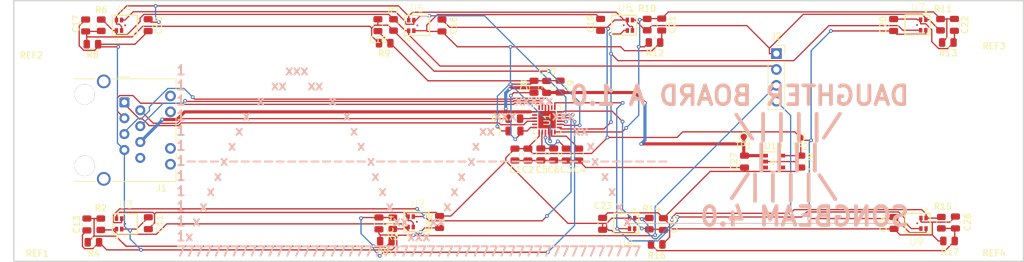
<source format=kicad_pcb>
(kicad_pcb (version 20241229) (generator "pcbnew") (generator_version "9.0")
  (title_block (title "Daughter Board A") (date "2026-01-06") (rev "1.0") (company "Royal Holloway") (comment 1 "Creative Commons Attribution 4.0 International License") (comment 2 "Sohil, Saaria., Lachlan, Robert.") (comment 3 "Q. Oliva, Marcos., Lies, Zandberg.,"))
  (layers (0 "F.Cu" signal) (2 "B.Cu" signal) (13 "F.Paste" user) (15 "B.Paste" user) (5 "F.SilkS" user "F.Silkscreen") (7 "B.SilkS" user "B.Silkscreen") (1 "F.Mask" user) (3 "B.Mask" user) (25 "Edge.Cuts" user))
  (net 0 "")
  (net 1 "GND")
  (net 2 "+1V8")
  (net 3 "Net-(U1-MICBIAS)")
  (net 4 "Net-(U1-AREG)")
  (net 5 "+3.3V")
  (net 6 "Net-(U1-VREF)")
  (net 7 "Net-(U1-DREG)")
  (net 8 "/SDA_SSZ")
  (net 9 "/FSYNC")
  (net 10 "/SHDNZ")
  (net 11 "/SCL_MOSI")
  (net 12 "/SDOUT")
  (net 13 "Net-(J2-Pin_2)")
  (net 14 "Net-(U1-PDMDIN3_GPI3)")
  (net 15 "Net-(J2-Pin_3)")
  (net 16 "Net-(J2-Pin_4)")
  (net 17 "Net-(U1-PDMDIN1_GPI1)")
  (net 18 "Net-(J2-Pin_1)")
  (net 19 "Net-(U1-PDMDIN4_GPI4)")
  (net 20 "Net-(U1-SDOUT)")
  (net 21 "Net-(U1-PDMCLK4_GPO4)")
  (net 22 "/BCLK")
  (net 23 "Net-(U1-PDMLK1_GPO1)")
  (net 24 "Net-(U1-PDMCLK3_GPO3)")
  (net 26 "Net-(U1-PDMLK2_GPO2)")
  (net 27 "Net-(U1-PDMDIN2_GPI2)")
  (footprint "Capacitor_SMD:C_0805_2012Metric" (layer "F.Cu") (at 161.35 111.701 90)
    (property "Reference" "C23")
    (property "Value" "100nF" (hide yes))
  )
  (footprint "IM66D132H:IFX-PG-TLGA-5N-9-V" (layer "F.Cu") (at 131.2785 111.381 90)
    (property "Reference" "U2")
    (property "Value" "IM66D132H" (hide yes))
  )
  (footprint "Capacitor_SMD:C_0805_2012Metric" (layer "F.Cu") (at 207.9 79.9 90)
    (property "Reference" "C20")
    (property "Value" "100nF" (hide yes))
  )
  (footprint "Capacitor_SMD:C_0805_2012Metric" (layer "F.Cu") (at 147.325 100.625 -90)
    (property "Reference" "C1")
    (property "Value" "10uF" (hide yes))
  )
  (footprint "Resistor_SMD:R_0805_2012Metric" (layer "F.Cu") (at 126.4895 82.813)
    (property "Reference" "R9")
    (property "Value" "100K" (hide yes))
  )
  (footprint "Resistor_SMD:R_0805_2012Metric" (layer "F.Cu") (at 216.7625 114.45 180)
    (property "Reference" "R17")
    (property "Value" "100K" (hide yes))
  )
  (footprint "Capacitor_SMD:C_0805_2012Metric" (layer "F.Cu") (at 135.2655 111.406 -90)
    (property "Reference" "C12")
    (property "Value" "100nF" (hide yes))
  )
  (footprint "Resistor_SMD:R_0805_2012Metric" (layer "F.Cu") (at 169.653 82.699 180)
    (property "Reference" "R12")
    (property "Value" "100R" (hide yes))
  )
  (footprint "Resistor_SMD:R_0805_2012Metric" (layer "F.Cu") (at 216.575 82.7)
    (property "Reference" "R13")
    (property "Value" "100K" (hide yes))
  )
  (footprint "Capacitor_SMD:C_0805_2012Metric" (layer "F.Cu") (at 152.4 89.8 -90)
    (property "Reference" "C10")
    (property "Value" "1uF" (hide yes))
  )
  (footprint "Capacitor_SMD:C_0805_2012Metric" (layer "F.Cu") (at 217.625 79.875 -90)
    (property "Reference" "C22")
    (property "Value" "47pF" (hide yes))
  )
  (footprint "Resistor_SMD:R_0805_2012Metric" (layer "F.Cu") (at 215.537 111.5245 90)
    (property "Reference" "R15")
    (property "Value" "100R" (hide yes))
  )
  (footprint "Resistor_SMD:R_0805_2012Metric" (layer "F.Cu") (at 127.7905 111.606 90)
    (property "Reference" "R3")
    (property "Value" "100R" (hide yes))
  )
  (footprint "ul_LP5907MFX-1-2-NOPB:LP5907MFX-1.2&slash_NOPB" (layer "F.Cu") (at 188.675 101.747)
    (property "Reference" "U10")
    (property "Value" "LP5907MFX-1.8_NOPB" (hide yes))
  )
  (footprint "Capacitor_SMD:C_0805_2012Metric" (layer "F.Cu") (at 217.787 111.487 90)
    (property "Reference" "C26")
    (property "Value" "47pF" (hide yes))
  )
  (footprint "Resistor_SMD:R_0805_2012Metric" (layer "F.Cu") (at 147.2375 94.875)
    (property "Reference" "R1")
    (property "Value" "100R" (hide yes))
  )
  (footprint "Resistor_SMD:R_0805_2012Metric" (layer "F.Cu") (at 79.891 114.656)
    (property "Reference" "R4")
    (property "Value" "100K" (hide yes))
  )
  (footprint "Capacitor_SMD:C_0805_2012Metric" (layer "F.Cu") (at 170.803 79.824 -90)
    (property "Reference" "C21")
    (property "Value" "47pF" (hide yes))
  )
  (footprint "Capacitor_SMD:C_0805_2012Metric" (layer "F.Cu") (at 157.525 100.625 -90)
    (property "Reference" "C4")
    (property "Value" "1uF" (hide yes))
  )
  (footprint "Capacitor_SMD:C_0805_2012Metric" (layer "F.Cu") (at 125.402 79.925 -90)
    (property "Reference" "C18")
    (property "Value" "47pF" (hide yes))
  )
  (footprint "Capacitor_SMD:C_0805_2012Metric" (layer "F.Cu") (at 78.65 79.975 90)
    (property "Reference" "C17")
    (property "Value" "47pF" (hide yes))
  )
  (footprint "Capacitor_SMD:C_0805_2012Metric" (layer "F.Cu") (at 193.05 101.747 -90)
    (property "Reference" "C28")
    (property "Value" "1µF")
  )
  (footprint "MountingHole:MountingHole_3.2mm_M3" (layer "F.Cu") (at 71.45 80.275)
    (property "Reference" "REF2")
    (property "Value" "MountingHole_3.2mm_M3" (hide yes))
  )
  (footprint "Resistor_SMD:R_0805_2012Metric" (layer "F.Cu") (at 168.478 79.8365 90)
    (property "Reference" "R10")
    (property "Value" "100R" (hide yes))
  )
  (footprint "Capacitor_SMD:C_0805_2012Metric" (layer "F.Cu") (at 161.028 79.874 90)
    (property "Reference" "C19")
    (property "Value" "100nF" (hide yes))
  )
  (footprint "Capacitor_SMD:C_0805_2012Metric" (layer "F.Cu") (at 149.4 100.625 90)
    (property "Reference" "C2")
    (property "Value" "100nF" (hide yes))
  )
  (footprint "Capacitor_SMD:C_0805_2012Metric" (layer "F.Cu") (at 78.8535 111.806 -90)
    (property "Reference" "C13")
    (property "Value" "47pF" (hide yes))
  )
  (footprint "Resistor_SMD:R_0805_2012Metric" (layer "F.Cu") (at 127.902 79.8875 -90)
    (property "Reference" "R7")
    (property "Value" "100R" (hide yes))
  )
  (footprint "IM66D132H:IFX-PG-TLGA-5N-9-V" (layer "F.Cu") (at 131.365 79.975 90)
    (property "Reference" "U5")
    (property "Value" "IM66D132H" (hide yes))
  )
  (footprint "Connector_RJ:RJ45_Molex_9346520x_Horizontal" (layer "F.Cu") (at 84.85 92.27 -90)
    (property "Reference" "J1")
    (property "Value" "RJ45")
  )
  (footprint "MountingHole:MountingHole_3.2mm_M3" (layer "F.Cu") (at 71.45 113.475)
    (property "Reference" "REF1")
    (property "Value" "MountingHole_3.2mm_M3" (hide yes))
  )
  (footprint "Capacitor_SMD:C_0805_2012Metric" (layer "F.Cu") (at 88.6785 111.606 90)
    (property "Reference" "C11")
    (property "Value" "100nF" (hide yes))
  )
  (footprint "Capacitor_SMD:C_0805_2012Metric" (layer "F.Cu") (at 88.65 79.925 -90)
    (property "Reference" "C15")
    (property "Value" "100nF" (hide yes))
  )
  (footprint "Capacitor_SMD:C_0805_2012Metric" (layer "F.Cu") (at 207.962 111.562 -90)
    (property "Reference" "C24")
    (property "Value" "100nF" (hide yes))
  )
  (footprint "Capacitor_SMD:C_0805_2012Metric" (layer "F.Cu") (at 151.475 100.6 90)
    (property "Reference" "C5")
    (property "Value" "100nF" (hide yes))
  )
  (footprint "IM66D132H:IFX-PG-TLGA-5N-9-V" (layer "F.Cu") (at 84.6285 111.706 90)
    (property "Reference" "U3")
    (property "Value" "IM66D132H" (hide yes))
  )
  (footprint "IM66D132H:IFX-PG-TLGA-5N-9-V" (layer "F.Cu") (at 212.009 79.901 -90)
    (property "Reference" "U7")
    (property "Value" "IM66D132H" (hide yes))
  )
  (footprint "Capacitor_SMD:C_0805_2012Metric" (layer "F.Cu") (at 135.65 79.975 -90)
    (property "Reference" "C16")
    (property "Value" "100nF" (hide yes))
  )
  (footprint "Resistor_SMD:R_0805_2012Metric" (layer "F.Cu") (at 215.4 79.85 90)
    (property "Reference" "R11")
    (property "Value" "100R" (hide yes))
  )
  (footprint "PCMD3180IRTWR:PCMD3180IRTWR" (layer "F.Cu") (at 152.455 95.0452 90)
    (property "Reference" "U1")
    (property "Value" "QFN_0IRTWR_TEX" (hide yes))
  )
  (footprint "Capacitor_SMD:C_0805_2012Metric" (layer "F.Cu") (at 150.375 89.775 90)
    (property "Reference" "C8")
    (property "Value" "100nF" (hide yes))
  )
  (footprint "Connector_PinSocket_2.54mm:PinSocket_1x04_P2.54mm_Vertical" (layer "F.Cu") (at 189.15 84.475)
    (property "Reference" "J2")
    (property "Value" "Conn_01x04" (hide yes))
  )
  (footprint "Capacitor_SMD:C_0805_2012Metric" (layer "F.Cu") (at 171.075 111.751 90)
    (property "Reference" "C25")
    (property "Value" "47pF" (hide yes))
  )
  (footprint "Capacitor_SMD:C_0805_2012Metric" (layer "F.Cu") (at 125.5655 111.631 -90)
    (property "Reference" "C14")
    (property "Value" "47pF" (hide yes))
  )
  (footprint "IM66D132H:IFX-PG-TLGA-5N-9-V" (layer "F.Cu") (at 165.438 111.638 -90)
    (property "Reference" "U8")
    (property "Value" "IM66D132H" (hide yes))
  )
  (footprint "IM66D132H:IFX-PG-TLGA-5N-9-V" (layer "F.Cu") (at 84.613 79.949 90)
    (property "Reference" "U4")
    (property "Value" "IM66D132H" (hide yes))
  )
  (footprint "Resistor_SMD:R_0805_2012Metric" (layer "F.Cu") (at 81.15 79.9375 -90)
    (property "Reference" "R6")
    (property "Value" "100R" (hide yes))
  )
  (footprint "Resistor_SMD:R_0805_2012Metric" (layer "F.Cu") (at 81.0785 111.7685 90)
    (property "Reference" "R2")
    (property "Value" "100R" (hide yes))
  )
  (footprint "Capacitor_SMD:C_0805_2012Metric" (layer "F.Cu") (at 153.525 100.6 -90)
    (property "Reference" "C6")
    (property "Value" "10uF" (hide yes))
  )
  (footprint "Capacitor_SMD:C_0805_2012Metric" (layer "F.Cu") (at 154.55 89.75 90)
    (property "Reference" "C9")
    (property "Value" "100nF" (hide yes))
  )
  (footprint "IM66D132H:IFX-PG-TLGA-5N-9-V" (layer "F.Cu") (at 165.088 79.937 -90)
    (property "Reference" "U6")
    (property "Value" "IM66D132H" (hide yes))
  )
  (footprint "TestPoint:TestPoint_Pad_D1.0mm" (layer "F.Cu") (at 193 97.897 180)
    (property "Reference" "TP2")
    (property "Value" "TestPoint")
  )
  (footprint "TestPoint:TestPoint_Pad_D1.0mm" (layer "F.Cu") (at 183.925 97.775 180)
    (property "Reference" "TP1")
    (property "Value" "TestPoint")
  )
  (footprint "MountingHole:MountingHole_3.2mm_M3" (layer "F.Cu") (at 224.5 80.3)
    (property "Reference" "REF3")
    (property "Value" "MountingHole_3.2mm_M3" (hide yes))
  )
  (footprint "Resistor_SMD:R_0805_2012Metric" (layer "F.Cu") (at 79.7375 82.975)
    (property "Reference" "R8")
    (property "Value" "100K" (hide yes))
  )
  (footprint "MountingHole:MountingHole_3.2mm_M3" (layer "F.Cu") (at 224.5 113.425)
    (property "Reference" "REF4")
    (property "Value" "MountingHole_3.2mm_M3" (hide yes))
  )
  (footprint "Capacitor_SMD:C_0805_2012Metric" (layer "F.Cu") (at 147.25 96.85)
    (property "Reference" "C7")
    (property "Value" "10uF" (hide yes))
  )
  (footprint "Resistor_SMD:R_0805_2012Metric" (layer "F.Cu") (at 126.678 114.481 180)
    (property "Reference" "R5")
    (property "Value" "100K" (hide yes))
  )
  (footprint "IM66D132H:IFX-PG-TLGA-5N-9-V" (layer "F.Cu") (at 212.05 111.625 -90)
    (property "Reference" "U9")
    (property "Value" "IM66D132H" (hide yes))
  )
  (footprint "Capacitor_SMD:C_0805_2012Metric" (layer "F.Cu") (at 155.525 100.625 -90)
    (property "Reference" "C3")
    (property "Value" "1uF" (hide yes))
  )
  (footprint "Capacitor_SMD:C_0805_2012Metric" (layer "F.Cu") (at 184.05 101.747 90)
    (property "Reference" "C27")
    (property "Value" "1µF")
  )
  (footprint "Resistor_SMD:R_0805_2012Metric" (layer "F.Cu") (at 170 115)
    (property "Reference" "R16")
    (property "Value" "100K" (hide yes))
  )
  (footprint "Resistor_SMD:R_0805_2012Metric" (layer "F.Cu") (at 168.825 111.676 90)
    (property "Reference" "R14")
    (property "Value" "100R" (hide yes))
  )
  (gr_line (start 210.203498 111.631027) (end 165.203498 111.631027) (stroke (width 0.1)) (layer "B.SilkS"))
  (gr_line (start 210.203498 111.631027) (end 165.203498 111.631027) (stroke (width 0.1)) (layer "B.SilkS"))
  (gr_rect (start 67.15 76) (end 228.675 117.7) (stroke (width 0.2)) (fill no) (layer "Edge.Cuts"))
  (gr_text "	1              xxx\n	1            xx   xx\n	1          x         x                         xxxxx\n	1        x             x                    xxx     xxx\n	1       x               x                 xx           xx\n	1      x                 x               x               x\n	1---x------------x--------x----------x------\n	1    x                     x           x                   x\n	1   x                       x         x                     x\n	1  x                         x       x                       x\n	1 x                           xx   xx                         x\n	1x                              xxx                            	\n	7777777777777777777777777777777777777777777777777777" (at 87.35 117 0) (layer "B.SilkS") (effects (font (size 1.5 1.5) (thickness 0.3) (bold yes)) (justify left bottom)))
  (gr_text "DAUGHTER BOARD A 1.0\n	\\||||/\n	 ||||\n     /||||\\\nSONGBEAM 4.0\n" (at 210.7 112.275 0) (layer "B.SilkS") (effects (font (size 3 3) (thickness 0.6) (bold yes)) (justify left bottom mirror)))
  (segment (start 161.35 110.751) (end 162.151 109.95) (width 0.2) (layer "F.Cu") (net 1))
  (segment (start 217.488 82.7) (end 217.625 82.5625) (width 0.2) (layer "F.Cu") (net 1))
  (segment (start 80.0941 83.949) (end 80.65 83.3931) (width 0.2) (layer "F.Cu") (net 1))
  (segment (start 192.1 101.747) (end 187.3 101.747) (width 0.2) (layer "F.Cu") (net 1))
  (segment (start 212.346 111.429) (end 212.301 111.384) (width 0.2) (layer "F.Cu") (net 1))
  (segment (start 214.008 82.5767) (end 215.104 83.6731) (width 0.2) (layer "F.Cu") (net 1))
  (segment (start 80.65 82.975) (end 80.65 83.3931) (width 0.2) (layer "F.Cu") (net 1))
  (segment (start 152.45 88.8) (end 154.55 88.8) (width 0.2) (layer "F.Cu") (net 1))
  (segment (start 169.256 84.0086) (end 164.852 84.0086) (width 0.2) (layer "F.Cu") (net 1))
  (segment (start 88.6785 110.656) (end 86.7905 112.544) (width 0.2) (layer "F.Cu") (net 1))
  (segment (start 145.236 96.85) (end 144.516 96.1302) (width 0.2) (layer "F.Cu") (net 1))
  (segment (start 170.9123 114.9997) (end 172.071 113.841) (width 0.2) (layer "F.Cu") (net 1))
  (segment (start 212.224 79.7049) (end 213.041 79.7049) (width 0.2) (layer "F.Cu") (net 1))
  (segment (start 151.45 101.575) (end 151.475 101.55) (width 0.2) (layer "F.Cu") (net 1))
  (segment (start 214.088 113.481) (end 208.931 113.481) (width 0.2) (layer "F.Cu") (net 1))
  (segment (start 88.65 80.875) (end 86.55 82.975) (width 0.2) (layer "F.Cu") (net 1))
  (segment (start 78.1386 115.305) (end 78.1386 113.471) (width 0.2) (layer "F.Cu") (net 1))
  (segment (start 217.4875 82.7) (end 217.488 82.7) (width 0.2) (layer "F.Cu") (net 1))
  (segment (start 128.071 113.489) (end 125.766 113.489) (width 0.2) (layer "F.Cu") (net 1))
  (segment (start 152.205 93.5001) (end 152.205 93.4145) (width 0.2) (layer "F.Cu") (net 1))
  (segment (start 158.647 102.697) (end 184.05 102.697) (width 0.2) (layer "F.Cu") (net 1))
  (segment (start 152.705 97.0113) (end 152.738 97.044) (width 0.2) (layer "F.Cu") (net 1))
  (segment (start 152.205 93.5001) (end 152.2049 93.5) (width 0.2) (layer "F.Cu") (net 1))
  (segment (start 164.225 83.3816) (end 146.607 83.3816) (width 0.2) (layer "F.Cu") (net 1))
  (segment (start 152.2049 93.5) (end 152.2049 93.0791) (width 0.2) (layer "F.Cu") (net 1))
  (segment (start 216.514 83.6731) (end 217.488 82.7) (width 0.2) (layer "F.Cu") (net 1))
  (segment (start 125.766 113.489) (end 125.566 113.289) (width 0.2) (layer "F.Cu") (net 1))
  (segment (start 170.566 82.699) (end 169.256 84.0086) (width 0.2) (layer "F.Cu") (net 1))
  (segment (start 152.7051 93.75) (end 152.546 93.75) (width 0.2) (layer "F.Cu") (net 1))
  (segment (start 152.772 98.3042) (end 152.772 97.0781) (width 0.2) (layer "F.Cu") (net 1))
  (segment (start 152.738 97.044) (end 152.705 97.0113) (width 0.2) (layer "F.Cu") (net 1))
  (segment (start 125.402 80.875) (end 127.34 82.813) (width 0.2) (layer "F.Cu") (net 1))
  (segment (start 133.213 80.813) (end 131.15 80.813) (width 0.2) (layer "F.Cu") (net 1))
  (segment (start 150.375 88.825) (end 149.833 89.3674) (width 0.2) (layer "F.Cu") (net 1))
  (segment (start 149.4 101.575) (end 151.45 101.575) (width 0.2) (layer "F.Cu") (net 1))
  (segment (start 128.423 113.842) (end 128.071 113.489) (width 0.2) (layer "F.Cu") (net 1))
  (segment (start 147.325 101.575) (end 149.4 101.575) (width 0.2) (layer "F.Cu") (net 1))
  (segment (start 212.301 111.384) (end 212.298 111.382) (width 0.2) (layer "F.Cu") (net 1))
  (segment (start 157.525 101.575) (end 155.525 101.575) (width 0.2) (layer "F.Cu") (net 1))
  (segment (start 152.546 93.75) (end 152.705 93.75) (width 0.2) (layer "F.Cu") (net 1))
  (segment (start 208.931 113.481) (end 207.962 112.512) (width 0.2) (layer "F.Cu") (net 1))
  (segment (start 152.705 93.75) (end 152.705 93.4145) (width 0.2) (layer "F.Cu") (net 1))
  (segment (start 85.773 112.752) (end 85.773 112.544) (width 0.2) (layer "F.Cu") (net 1))
  (segment (start 157.525 101.575) (end 158.647 102.697) (width 0.2) (layer "F.Cu") (net 1))
  (segment (start 128.423 113.842) (end 128.423 115.125) (width 0.2) (layer "F.Cu") (net 1))
  (segment (start 212.265 111.348) (end 212.265 110.787) (width 0.2) (layer "F.Cu") (net 1))
  (segment (start 216.895 111.429) (end 214.088 111.429) (width 0.2) (layer "F.Cu") (net 1))
  (segment (start 160.337 78.2333) (end 161.028 78.924) (width 0.2) (layer "F.Cu") (net 1))
  (segment (start 193.05 102.697) (end 192.424 103.323) (width 0.2) (layer "F.Cu") (net 1))
  (segment (start 162.151 109.95) (end 170.224 109.95) (width 0.2) (layer "F.Cu") (net 1))
  (segment (start 125.566 113.289) (end 125.566 112.935) (width 0.2) (layer "F.Cu") (net 1))
  (segment (start 214.088 111.429) (end 212.346 111.429) (width 0.2) (layer "F.Cu") (net 1))
  (segment (start 127.674 115.875) (end 87.5123 115.875) (width 0.2) (layer "F.Cu") (net 1))
  (segment (start 127.34 82.813) (end 127.402 82.813) (width 0.2) (layer "F.Cu") (net 1))
  (segment (start 131.095 113.53) (end 128.735 113.53) (width 0.2) (layer "F.Cu") (net 1))
  (segment (start 184.05 103.323) (end 184.05 102.697) (width 0.2) (layer "F.Cu") (net 1))
  (segment (start 178.553 103.323) (end 171.075 110.801) (width 0.2) (layer "F.Cu") (net 1))
  (segment (start 80.8035 114.656) (end 82.0223 115.875) (width 0.2) (layer "F.Cu") (net 1))
  (segment (start 211.574 78.95) (end 207.9 78.95) (width 0.2) (layer "F.Cu") (net 1))
  (segment (start 125.766 114.4805) (end 125.766 113.985) (width 0.2) (layer "F.Cu") (net 1))
  (segment (start 172.071 111.797) (end 171.075 110.801) (width 0.2) (layer "F.Cu") (net 1))
  (segment (start 170.912 115) (end 170.9123 114.9997) (width 0.2) (layer "F.Cu") (net 1))
  (segment (start 170.803 82.4615) (end 170.566 82.699) (width 0.2) (layer "F.Cu") (net 1))
  (segment (start 138.107 83.3816) (end 135.65 80.925) (width 0.2) (layer "F.Cu") (net 1))
  (segment (start 152.965 98.4976) (end 152.772 98.3042) (width 0.2) (layer "F.Cu") (net 1))
  (segment (start 152.546 95.0452) (end 152.546 93.75) (width 0.2) (layer "F.Cu") (net 1))
  (segment (start 77.6198 80.0552) (end 77.6198 83.2253) (width 0.2) (layer "F.Cu") (net 1))
  (segment (start 153.55 101.575) (end 153.525 101.55) (width 0.2) (layer "F.Cu") (net 1))
  (segment (start 78.3435 83.949) (end 80.0941 83.949) (width 0.2) (layer "F.Cu") (net 1))
  (segment (start 152.375 88.825) (end 152.4 88.85) (width 0.2) (layer "F.Cu") (net 1))
  (segment (start 212.293 111.376) (end 212.265 111.348) (width 0.2) (layer "F.Cu") (net 1))
  (segment (start 149.833 89.3674) (end 146.607 89.3674) (width 0.2) (layer "F.Cu") (net 1))
  (segment (start 133.213 80.813) (end 133.213 79.9358) (width 0.2) (layer "F.Cu") (net 1))
  (segment (start 212.224 79.063) (end 211.687 79.063) (width 0.2) (layer "F.Cu") (net 1))
  (segment (start 86.55 82.975) (end 80.65 82.975) (width 0.2) (layer "F.Cu") (net 1))
  (segment (start 170.5655 82.699) (end 170.566 82.699) (width 0.2) (layer "F.Cu") (net 1))
  (segment (start 170.803 80.774) (end 170.803 82.4615) (width 0.2) (layer "F.Cu") (net 1))
  (segment (start 80.8035 114.656) (end 79.7897 115.67) (width 0.2) (layer "F.Cu") (net 1))
  (segment (start 215.104 83.6731) (end 216.514 83.6731) (width 0.2) (layer "F.Cu") (net 1))
  (segment (start 152.772 97.0781) (end 152.738 97.044) (width 0.2) (layer "F.Cu") (net 1))
  (segment (start 193.05 102.697) (end 192.1 101.747) (width 0.2) (layer "F.Cu") (net 1))
  (segment (start 212.224 79.063) (end 212.224 79.7049) (width 0.2) (layer "F.Cu") (net 1))
  (segment (start 82.0223 115.875) (end 87.5123 115.875) (width 0.2) (layer "F.Cu") (net 1))
  (segment (start 146.607 83.3816) (end 138.107 83.3816) (width 0.2) (layer "F.Cu") (net 1))
  (segment (start 79.7897 115.67) (end 78.5031 115.67) (width 0.2) (layer "F.Cu") (net 1))
  (segment (start 215.85 114.45) (end 215.057 114.45) (width 0.2) (layer "F.Cu") (net 1))
  (segment (start 133.213 80.813) (end 133.325 80.925) (width 0.2) (layer "F.Cu") (net 1))
  (segment (start 125.766 113.985) (end 125.766 113.489) (width 0.2) (layer "F.Cu") (net 1))
  (segment (start 217.625 82.5625) (end 217.625 80.825) (width 0.2) (layer "F.Cu") (net 1))
  (segment (start 150.375 88.825) (end 152.375 88.825) (width 0.2) (layer "F.Cu") (net 1))
  (segment (start 150.375 88.825) (end 133.414 88.825) (width 0.2) (layer "F.Cu") (net 1))
  (segment (start 164.852 84.0086) (end 164.225 83.3816) (width 0.2) (layer "F.Cu") (net 1))
  (segment (start 132.214 113.033) (end 132.891 112.356) (width 0.2) (layer "F.Cu") (net 1))
  (segment (start 172.071 112.512) (end 207.962 112.512) (width 0.2) (layer "F.Cu") (net 1))
  (segment (start 214.008 80.6715) (end 214.008 82.5767) (width 0.2) (layer "F.Cu") (net 1))
  (segment (start 132.891 112.356) (end 135.2655 112.356) (width 0.2) (layer "F.Cu") (net 1))
  (segment (start 133.414 88.825) (end 127.402 82.813) (width 0.2) (layer "F.Cu") (net 1))
  (segment (start 184.05 103.323) (end 178.553 103.323) (width 0.2) (layer "F.Cu") (net 1))
  (segment (start 172.071 112.512) (end 172.071 111.797) (width 0.2) (layer "F.Cu") (net 1))
  (segment (start 77.6198 83.2253) (end 78.3435 83.949) (width 0.2) (layer "F.Cu") (net 1))
  (segment (start 128.423 115.125) (end 127.674 115.875) (width 0.2) (layer "F.Cu") (net 1))
  (segment (start 212.298 111.382) (end 212.293 111.376) (width 0.2) (layer "F.Cu") (net 1))
  (segment (start 85.773 112.544) (end 84.4135 112.544) (width 0.2) (layer "F.Cu") (net 1))
  (segment (start 170.224 109.95) (end 171.075 110.801) (width 0.2) (layer "F.Cu") (net 1))
  (segment (start 86.7905 112.544) (end 85.773 112.544) (width 0.2) (layer "F.Cu") (net 1))
  (segment (start 78.5031 115.67) (end 78.1386 115.305) (width 0.2) (layer "F.Cu") (net 1))
  (segment (start 152.705 97.0113) (end 152.705 95.204) (width 0.2) (layer "F.Cu") (net 1))
  (segment (start 134.916 78.2333) (end 160.337 78.2333) (width 0.2) (layer "F.Cu") (net 1))
  (segment (start 211.687 79.063) (end 211.574 78.95) (width 0.2) (layer "F.Cu") (net 1))
  (segment (start 217.787 110.537) (end 216.895 111.429) (width 0.2) (layer "F.Cu") (net 1))
  (segment (start 152.205 93.75) (end 152.205 93.5001) (width 0.2) (layer "F.Cu") (net 1))
  (segment (start 151.475 101.55) (end 153.525 101.55) (width 0.2) (layer "F.Cu") (net 1))
  (segment (start 214.088 113.481) (end 214.088 111.429) (width 0.2) (layer "F.Cu") (net 1))
  (segment (start 215.057 114.45) (end 214.088 113.481) (width 0.2) (layer "F.Cu") (net 1))
  (segment (start 172.071 113.841) (end 172.071 112.512) (width 0.2) (layer "F.Cu") (net 1))
  (segment (start 135.2655 112.356) (end 135.266 112.356) (width 0.2) (layer "F.Cu") (net 1))
  (segment (start 155.525 101.575) (end 153.55 101.575) (width 0.2) (layer "F.Cu") (net 1))
  (segment (start 128.735 113.53) (end 128.423 113.842) (width 0.2) (layer "F.Cu") (net 1))
  (segment (start 125.7655 114.481) (end 125.766 114.4805) (width 0.2) (layer "F.Cu") (net 1))
  (segment (start 152.705 95.204) (end 152.546 95.0452) (width 0.2) (layer "F.Cu") (net 1))
  (segment (start 152.7051 93.0791) (end 152.7051 93.75) (width 0.2) (layer "F.Cu") (net 1))
  (segment (start 80.65 83.3931) (end 83.859 83.3931) (width 0.2) (layer "F.Cu") (net 1))
  (segment (start 192.424 103.323) (end 184.05 103.323) (width 0.2) (layer "F.Cu") (net 1))
  (segment (start 213.041 79.7049) (end 214.008 80.6715) (width 0.2) (layer "F.Cu") (net 1))
  (segment (start 78.65 79.025) (end 77.6198 80.0552) (width 0.2) (layer "F.Cu") (net 1))
  (segment (start 152.4 88.85) (end 152.45 88.8) (width 0.2) (layer "F.Cu") (net 1))
  (segment (start 170.9125 115) (end 170.9123 114.9998) (width 0.2) (layer "F.Cu") (net 1))
  (segment (start 170.9123 114.9998) (end 170.9123 114.9997) (width 0.2) (layer "F.Cu") (net 1))
  (segment (start 133.213 79.9358) (end 134.916 78.2333) (width 0.2) (layer "F.Cu") (net 1))
  (segment (start 133.325 80.925) (end 135.65 80.925) (width 0.2) (layer "F.Cu") (net 1))
  (segment (start 152.546 93.75) (end 152.205 93.75) (width 0.2) (layer "F.Cu") (net 1))
  (segment (start 78.1386 113.471) (end 78.8535 112.756) (width 0.2) (layer "F.Cu") (net 1))
  (segment (start 146.3 96.85) (end 145.236 96.85) (width 0.2) (layer "F.Cu") (net 1))
  (segment (start 152.455 95.0452) (end 152.546 95.0452) (width 0.2) (layer "F.Cu") (net 1))
  (via (at 131.095 113.53) (size 0.6) (drill 0.3) (layers "F.Cu" "B.Cu") (net 1))
  (via (at 132.214 113.033) (size 0.6) (drill 0.3) (layers "F.Cu" "B.Cu") (net 1))
  (via (at 146.607 89.3674) (size 0.6) (drill 0.3) (layers "F.Cu" "B.Cu") (net 1))
  (via (at 85.773 112.752) (size 0.6) (drill 0.3) (layers "F.Cu" "B.Cu") (net 1))
  (via (at 144.516 96.1302) (size 0.6) (drill 0.3) (layers "F.Cu" "B.Cu") (net 1))
  (via (at 146.607 83.3816) (size 0.6) (drill 0.3) (layers "F.Cu" "B.Cu") (net 1))
  (via (at 152.965 98.4976) (size 0.6) (drill 0.3) (layers "F.Cu" "B.Cu") (net 1))
  (via (at 87.5123 115.875) (size 0.6) (drill 0.3) (layers "F.Cu" "B.Cu") (net 1))
  (via (at 83.859 83.3931) (size 0.6) (drill 0.3) (layers "F.Cu" "B.Cu") (net 1))
  (segment (start 146.607 89.3674) (end 146.607 83.3816) (width 0.2) (layer "B.Cu") (net 1))
  (segment (start 83.7381 98.7781) (end 84.85 99.89) (width 0.2) (layer "B.Cu") (net 1))
  (segment (start 146.607 89.3674) (end 152.965 95.7257) (width 0.2) (layer "B.Cu") (net 1))
  (segment (start 131.095 113.53) (end 131.717 113.53) (width 0.2) (layer "B.Cu") (net 1))
  (segment (start 146.443 89.3674) (end 144.516 91.2942) (width 0.2) (layer "B.Cu") (net 1))
  (segment (start 84.85 112.111) (end 85.4914 112.752) (width 0.2) (layer "B.Cu") (net 1))
  (segment (start 85.773 114.136) (end 85.773 112.752) (width 0.2) (layer "B.Cu") (net 1))
  (segment (start 83.7381 83.514) (end 83.7381 98.7781) (width 0.2) (layer "B.Cu") (net 1))
  (segment (start 83.859 83.3931) (end 83.7381 83.514) (width 0.2) (layer "B.Cu") (net 1))
  (segment (start 131.717 113.53) (end 132.214 113.033) (width 0.2) (layer "B.Cu") (net 1))
  (segment (start 85.4914 112.752) (end 85.773 112.752) (width 0.2) (layer "B.Cu") (net 1))
  (segment (start 84.85 99.89) (end 84.85 112.111) (width 0.2) (layer "B.Cu") (net 1))
  (segment (start 87.5123 115.875) (end 85.773 114.136) (width 0.2) (layer "B.Cu") (net 1))
  (segment (start 152.965 95.7257) (end 152.965 98.4976) (width 0.2) (layer "B.Cu") (net 1))
  (segment (start 144.516 91.2942) (end 144.516 96.1302) (width 0.2) (layer "B.Cu") (net 1))
  (segment (start 146.607 89.3674) (end 146.443 89.3674) (width 0.2) (layer "B.Cu") (net 1))
  (segment (start 165.303 79.7409) (end 165.303 79.099) (width 0.2) (layer "F.Cu") (net 2))
  (segment (start 83.576 79.111) (end 83.576 79.7529) (width 0.2) (layer "F.Cu") (net 2))
  (segment (start 129.923 109.888) (end 129.923 110.543) (width 0.2) (layer "F.Cu") (net 2))
  (segment (start 213.087 113.105) (end 213.087 112.463) (width 0.2) (layer "F.Cu") (net 2))
  (segment (start 208.431 81.3809) (end 207.9 80.85) (width 0.2) (layer "F.Cu") (net 2))
  (segment (start 131.064 111.577) (end 131.064 112.219) (width 0.2) (layer "F.Cu") (net 2))
  (segment (start 151.205 97.2546) (end 151.205 97.6822) (width 0.2) (layer "F.Cu") (net 2))
  (segment (start 84.1037 109.866) (end 89.3959 109.866) (width 0.2) (layer "F.Cu") (net 2))
  (segment (start 166.125 80.1331) (end 165.695 80.1331) (width 0.2) (layer "F.Cu") (net 2))
  (segment (start 151.2047 97.2543) (end 151.2047 97.0113) (width 0.2) (layer "F.Cu") (net 2))
  (segment (start 213.046 80.739) (end 213.046 81.3809) (width 0.2) (layer "F.Cu") (net 2))
  (segment (start 151.205 97.0113) (end 151.205 97.2546) (width 0.2) (layer "F.Cu") (net 2))
  (segment (start 213.046 81.3809) (end 208.431 81.3809) (width 0.2) (layer "F.Cu") (net 2))
  (segment (start 165.303 79.099) (end 164.766 79.099) (width 0.2) (layer "F.Cu") (net 2))
  (segment (start 136.901 80.2762) (end 161.028 80.2762) (width 0.2) (layer "F.Cu") (net 2))
  (segment (start 165.653 110.8) (end 162.822 110.8) (width 0.2) (layer "F.Cu") (net 2))
  (segment (start 173.262 97.8876) (end 162.136 97.8876) (width 0.2) (layer "F.Cu") (net 2))
  (segment (start 164.766 79.0991) (end 163.274 79.0991) (width 0.2) (layer "F.Cu") (net 2))
  (segment (start 145.86 101.681) (end 145.86 101.14) (width 0.2) (layer "F.Cu") (net 2))
  (segment (start 83.5915 110.378) (end 84.1037 109.866) (width 0.2) (layer "F.Cu") (net 2))
  (segment (start 130.242 110.543) (end 130.242 111.185) (width 0.2) (layer "F.Cu") (net 2))
  (segment (start 130.972 77.851) (end 130.328 78.4951) (width 0.2) (layer "F.Cu") (net 2))
  (segment (start 162.324 112.75) (end 162.794 112.75) (width 0.2) (layer "F.Cu") (net 2))
  (segment (start 130.328 78.4951) (end 128.676 76.8426) (width 0.2) (layer "F.Cu") (net 2))
  (segment (start 83.576 79.111) (end 83.576 78.4691) (width 0.2) (layer "F.Cu") (net 2))
  (segment (start 161.35 112.651) (end 161.35 111.63) (width 0.2) (layer "F.Cu") (net 2))
  (segment (start 210.455 113.105) (end 213.087 113.105) (width 0.2) (layer "F.Cu") (net 2))
  (segment (start 166.475 113.118) (end 166.475 112.476) (width 0.2) (layer "F.Cu") (net 2))
  (segment (start 194.704 98.3461) (end 193.449 98.3461) (width 0.2) (layer "F.Cu") (net 2))
  (segment (start 193.449 98.3461) (end 193 97.897) (width 0.2) (layer "F.Cu") (net 2))
  (segment (start 83.576 78.4691) (end 85.2025 76.8426) (width 0.2) (layer "F.Cu") (net 2))
  (segment (start 161.028 80.2762) (end 161.028 80.824) (width 0.2) (layer "F.Cu") (net 2))
  (segment (start 207.9 80.85) (end 197.864 80.85) (width 0.2) (layer "F.Cu") (net 2))
  (segment (start 161.35 111.63) (end 155.809 111.63) (width 0.2) (layer "F.Cu") (net 2))
  (segment (start 164.766 79.099) (end 164.766 79.0991) (width 0.2) (layer "F.Cu") (net 2))
  (segment (start 151.205 97.2546) (end 151.2047 97.2543) (width 0.2) (layer "F.Cu") (net 2))
  (segment (start 89.6717 110.141) (end 89.925 109.888) (width 0.2) (layer "F.Cu") (net 2))
  (segment (start 162.097 80.2762) (end 162.097 80.3549) (width 0.2) (layer "F.Cu") (net 2))
  (segment (start 85.2025 76.8426) (end 89.835 76.8426) (width 0.2) (layer "F.Cu") (net 2))
  (segment (start 135.266 110.456) (end 137.085 110.456) (width 0.2) (layer "F.Cu") (net 2))
  (segment (start 137.085 110.456) (end 145.86 101.681) (width 0.2) (layer "F.Cu") (net 2))
  (segment (start 207.962 110.612) (end 210.455 113.105) (width 0.2) (layer "F.Cu") (net 2))
  (segment (start 193.05 97.947) (end 193 97.897) (width 0.2) (layer "F.Cu") (net 2))
  (segment (start 162.794 112.75) (end 163.162 113.118) (width 0.2) (layer "F.Cu") (net 2))
  (segment (start 166.125 80.775) (end 166.125 80.1331) (width 0.2) (layer "F.Cu") (net 2))
  (segment (start 151.205 97.6822) (end 149.4 99.4869) (width 0.2) (layer "F.Cu") (net 2))
  (segment (start 89.925 109.888) (end 129.923 109.888) (width 0.2) (layer "F.Cu") (net 2))
  (segment (start 162.136 97.8876) (end 159.569 100.454) (width 0.2) (layer "F.Cu") (net 2))
  (segment (start 155.809 111.63) (end 145.86 101.681) (width 0.2) (layer "F.Cu") (net 2))
  (segment (start 162.097 80.3549) (end 162.248 80.505) (width 0.2) (layer "F.Cu") (net 2))
  (segment (start 161.992 111.63) (end 161.992 112.417) (width 0.2) (layer "F.Cu") (net 2))
  (segment (start 161.35 111.63) (end 161.992 111.63) (width 0.2) (layer "F.Cu") (net 2))
  (segment (start 130.328 79.137) (end 130.328 78.4951) (width 0.2) (layer "F.Cu") (net 2))
  (segment (start 162.822 110.8) (end 161.992 111.63) (width 0.2) (layer "F.Cu") (net 2))
  (segment (start 165.695 80.1331) (end 165.303 79.7409) (width 0.2) (layer "F.Cu") (net 2))
  (segment (start 129.923 110.543) (end 130.2415 110.543) (width 0.2) (layer "F.Cu") (net 2))
  (segment (start 193.05 100.797) (end 190.05 100.797) (width 0.2) (layer "F.Cu") (net 2))
  (segment (start 163.162 113.118) (end 166.475 113.118) (width 0.2) (layer "F.Cu") (net 2))
  (segment (start 88.65 78.975) (end 89.1245 79.4495) (width 0.2) (layer "F.Cu") (net 2))
  (segment (start 135.2655 110.456) (end 135.266 110.456) (width 0.2) (layer "F.Cu") (net 2))
  (segment (start 130.242 111.185) (end 130.671 111.185) (width 0.2) (layer "F.Cu") (net 2))
  (segment (start 159.569 100.454) (end 150.18 100.454) (width 0.2) (layer "F.Cu") (net 2))
  (segment (start 163.274 79.0991) (end 162.097 80.2762) (width 0.2) (layer "F.Cu") (net 2))
  (segment (start 130.2415 110.543) (end 130.242 110.543) (width 0.2) (layer "F.Cu") (net 2))
  (segment (start 84.0058 79.7529) (end 83.576 79.7529) (width 0.2) (layer "F.Cu") (net 2))
  (segment (start 194.415 110.858) (end 207.716 110.858) (width 0.2) (layer "F.Cu") (net 2))
  (segment (start 84.398 80.787) (end 84.398 80.1451) (width 0.2) (layer "F.Cu") (net 2))
  (segment (start 163.518 77.851) (end 130.972 77.851) (width 0.2) (layer "F.Cu") (net 2))
  (segment (start 89.6717 111.563) (end 89.6717 110.141) (width 0.2) (layer "F.Cu") (net 2))
  (segment (start 193 97.897) (end 192.1 96.9969) (width 0.2) (layer "F.Cu") (net 2))
  (segment (start 150.18 100.454) (end 149.4 99.675) (width 0.2) (layer "F.Cu") (net 2))
  (segment (start 84.398 80.1451) (end 84.0058 79.7529) (width 0.2) (layer "F.Cu") (net 2))
  (segment (start 83.5915 110.868) (end 83.5915 110.378) (width 0.2) (layer "F.Cu") (net 2))
  (segment (start 192.1 96.9969) (end 174.153 96.9969) (width 0.2) (layer "F.Cu") (net 2))
  (segment (start 149.4 99.675) (end 147.325 99.675) (width 0.2) (layer "F.Cu") (net 2))
  (segment (start 131.0635 112.219) (end 131.064 112.219) (width 0.2) (layer "F.Cu") (net 2))
  (segment (start 193.05 100.797) (end 193.05 97.947) (width 0.2) (layer "F.Cu") (net 2))
  (segment (start 161.992 112.417) (end 162.324 112.75) (width 0.2) (layer "F.Cu") (net 2))
  (segment (start 174.153 96.9969) (end 173.262 97.8876) (width 0.2) (layer "F.Cu") (net 2))
  (segment (start 149.4 99.4869) (end 149.4 99.675) (width 0.2) (layer "F.Cu") (net 2))
  (segment (start 128.676 76.8426) (end 89.835 76.8426) (width 0.2) (layer "F.Cu") (net 2))
  (segment (start 130.671 111.185) (end 131.064 111.577) (width 0.2) (layer "F.Cu") (net 2))
  (segment (start 145.86 101.14) (end 147.325 99.675) (width 0.2) (layer "F.Cu") (net 2))
  (segment (start 88.6785 112.556) (end 89.6717 111.563) (width 0.2) (layer "F.Cu") (net 2))
  (segment (start 207.716 110.858) (end 207.962 110.612) (width 0.2) (layer "F.Cu") (net 2))
  (segment (start 129.923 109.888) (end 134.698 109.888) (width 0.2) (layer "F.Cu") (net 2))
  (segment (start 89.1245 79.4495) (end 90.3525 79.4495) (width 0.2) (layer "F.Cu") (net 2))
  (segment (start 162.097 80.2762) (end 161.028 80.2762) (width 0.2) (layer "F.Cu") (net 2))
  (segment (start 89.3959 109.866) (end 89.6717 110.141) (width 0.2) (layer "F.Cu") (net 2))
  (segment (start 134.698 109.888) (end 135.266 110.456) (width 0.2) (layer "F.Cu") (net 2))
  (segment (start 135.65 79.025) (end 136.901 80.2762) (width 0.2) (layer "F.Cu") (net 2))
  (segment (start 164.766 79.099) (end 163.518 77.851) (width 0.2) (layer "F.Cu") (net 2))
  (via (at 90.3525 79.4495) (size 0.6) (drill 0.3) (layers "F.Cu" "B.Cu") (net 2))
  (via (at 194.415 110.858) (size 0.6) (drill 0.3) (layers "F.Cu" "B.Cu") (net 2))
  (via (at 197.864 80.85) (size 0.6) (drill 0.3) (layers "F.Cu" "B.Cu") (net 2))
  (via (at 162.248 80.505) (size 0.6) (drill 0.3) (layers "F.Cu" "B.Cu") (net 2))
  (via (at 89.835 76.8426) (size 0.6) (drill 0.3) (layers "F.Cu" "B.Cu") (net 2))
  (via (at 194.704 98.3461) (size 0.6) (drill 0.3) (layers "F.Cu" "B.Cu") (net 2))
  (via (at 162.136 97.8876) (size 0.6) (drill 0.3) (layers "F.Cu" "B.Cu") (net 2))
  (segment (start 194.704 84.0098) (end 194.704 98.3461) (width 0.2) (layer "B.Cu") (net 2))
  (segment (start 90.3525 79.4495) (end 89.835 78.932) (width 0.2) (layer "B.Cu") (net 2))
  (segment (start 162.067 80.6852) (end 162.067 97.8186) (width 0.2) (layer "B.Cu") (net 2))
  (segment (start 162.067 97.8186) (end 162.136 97.8876) (width 0.2) (layer "B.Cu") (net 2))
  (segment (start 194.415 98.6356) (end 194.415 110.858) (width 0.2) (layer "B.Cu") (net 2))
  (segment (start 89.835 78.932) (end 89.835 76.8426) (width 0.2) (layer "B.Cu") (net 2))
  (segment (start 162.248 80.505) (end 162.067 80.6852) (width 0.2) (layer "B.Cu") (net 2))
  (segment (start 194.704 98.3461) (end 194.415 98.6356) (width 0.2) (layer "B.Cu") (net 2))
  (segment (start 197.864 80.85) (end 194.704 84.0098) (width 0.2) (layer "B.Cu") (net 2))
  (segment (start 155.532 97.6822) (end 157.525 99.675) (width 0.2) (layer "F.Cu") (net 3))
  (segment (start 153.205 97.1329) (end 153.205 97.2546) (width 0.2) (layer "F.Cu") (net 3))
  (segment (start 153.205 97.2546) (end 153.205 97.1329) (width 0.2) (layer "F.Cu") (net 3))
  (segment (start 153.205 97.2546) (end 153.205 97.6822) (width 0.2) (layer "F.Cu") (net 3))
  (segment (start 153.205 97.1329) (end 153.2052 97.1327) (width 0.2) (layer "F.Cu") (net 3))
  (segment (start 153.205 97.6822) (end 155.532 97.6822) (width 0.2) (layer "F.Cu") (net 3))
  (segment (start 153.2052 97.1327) (end 153.2052 97.0113) (width 0.2) (layer "F.Cu") (net 3))
  (segment (start 151.655 97.0613) (end 151.672 97.0446) (width 0.2) (layer "F.Cu") (net 4))
  (segment (start 151.638 97.078) (end 151.655 97.0613) (width 0.2) (layer "F.Cu") (net 4))
  (segment (start 151.638 99.65) (end 151.475 99.65) (width 0.2) (layer "F.Cu") (net 4))
  (segment (start 151.7048 97.0115) (end 151.7048 97.0113) (width 0.2) (layer "F.Cu") (net 4))
  (segment (start 151.638 99.65) (end 151.638 97.078) (width 0.2) (layer "F.Cu") (net 4))
  (segment (start 153.525 99.65) (end 151.638 99.65) (width 0.2) (layer "F.Cu") (net 4))
  (segment (start 151.655 97.0613) (end 151.7048 97.0115) (width 0.2) (layer "F.Cu") (net 4))
  (segment (start 184.05 100.797) (end 187.3 100.797) (width 0.5) (layer "F.Cu") (net 5))
  (segment (start 145.845 93.2739) (end 145.845 93.7899) (width 0.5) (layer "F.Cu") (net 5))
  (segment (start 152.45 90.7) (end 154.55 90.7) (width 0.5) (layer "F.Cu") (net 5))
  (segment (start 150.489 93.7949) (end 150.4889 93.7949) (width 0.2) (layer "F.Cu") (net 5))
  (segment (start 166.462 90.7) (end 168.122 92.3603) (width 0.5) (layer "F.Cu") (net 5))
  (segment (start 183.925 97.775) (end 183.925 98.9151) (width 0.5) (layer "F.Cu") (net 5))
  (segment (start 152.4 90.75) (end 152.45 90.7) (width 0.2) (layer "F.Cu") (net 5))
  (segment (start 93.2712 95.0168) (end 94.4931 93.7949) (width 0.5) (layer "F.Cu") (net 5))
  (segment (start 183.925 98.9151) (end 183.925 100.672) (width 0.5) (layer "F.Cu") (net 5))
  (segment (start 183.925 100.672) (end 184.05 100.797) (width 0.2) (layer "F.Cu") (net 5))
  (segment (start 94.4931 93.7949) (end 149.818 93.7949) (width 0.5) (layer "F.Cu") (net 5))
  (segment (start 154.55 90.7) (end 166.462 90.7) (width 0.5) (layer "F.Cu") (net 5))
  (segment (start 152.4 90.75) (end 151.59 89.9395) (width 0.5) (layer "F.Cu") (net 5))
  (segment (start 146.672 89.9395) (end 146.464 90.1475) (width 0.5) (layer "F.Cu") (net 5))
  (segment (start 151.59 89.9395) (end 146.672 89.9395) (width 0.5) (layer "F.Cu") (net 5))
  (segment (start 90.8931 95.0168) (end 93.2712 95.0168) (width 0.5) (layer "F.Cu") (net 5))
  (segment (start 186.533 100.797) (end 186.533 102.697) (width 0.2) (layer "F.Cu") (net 5))
  (segment (start 150.4889 93.7949) (end 149.818 93.7949) (width 0.2) (layer "F.Cu") (net 5))
  (segment (start 167.523 98.9151) (end 183.925 98.9151) (width 0.5) (layer "F.Cu") (net 5))
  (segment (start 145.845 93.7899) (end 145.85 93.7949) (width 0.5) (layer "F.Cu") (net 5))
  (segment (start 186.533 100.797) (end 187.3 100.797) (width 0.2) (layer "F.Cu") (net 5))
  (segment (start 186.533 102.697) (end 187.3 102.697) (width 0.2) (layer "F.Cu") (net 5))
  (via (at 167.523 98.9151) (size 0.6) (drill 0.3) (layers "F.Cu" "B.Cu") (net 5))
  (via (at 168.122 92.3603) (size 0.6) (drill 0.3) (layers "F.Cu" "B.Cu") (net 5))
  (via (at 145.845 93.2739) (size 0.6) (drill 0.3) (layers "F.Cu" "B.Cu") (net 5))
  (via (at 90.8931 95.0168) (size 0.6) (drill 0.3) (layers "F.Cu" "B.Cu") (net 5))
  (via (at 146.464 90.1475) (size 0.6) (drill 0.3) (layers "F.Cu" "B.Cu") (net 5))
  (segment (start 90.8931 95.1169) (end 90.8931 95.0168) (width 0.2) (layer "B.Cu") (net 5))
  (segment (start 146.464 90.1475) (end 145.845 90.767) (width 0.5) (layer "B.Cu") (net 5))
  (segment (start 168.122 92.3603) (end 168.122 98.3156) (width 0.5) (layer "B.Cu") (net 5))
  (segment (start 168.122 98.3156) (end 167.523 98.9151) (width 0.5) (layer "B.Cu") (net 5))
  (segment (start 145.845 90.767) (end 145.845 93.2739) (width 0.5) (layer "B.Cu") (net 5))
  (segment (start 87.39 98.62) (end 90.8931 95.1169) (width 0.5) (layer "B.Cu") (net 5))
  (segment (start 152.2049 97.4587) (end 152.2049 97.0113) (width 0.2) (layer "F.Cu") (net 6))
  (segment (start 152.205 97.4588) (end 152.2049 97.4587) (width 0.2) (layer "F.Cu") (net 6))
  (segment (start 154.196 98.5208) (end 154.371 98.5208) (width 0.2) (layer "F.Cu") (net 6))
  (segment (start 152.205 97.9064) (end 152.205 97.4588) (width 0.2) (layer "F.Cu") (net 6))
  (segment (start 154.371 98.5208) (end 155.525 99.675) (width 0.2) (layer "F.Cu") (net 6))
  (segment (start 152.205 97.4588) (end 152.205 97.0113) (width 0.2) (layer "F.Cu") (net 6))
  (via (at 152.205 97.9064) (size 0.6) (drill 0.3) (layers "F.Cu" "B.Cu") (net 6))
  (via (at 154.196 98.5208) (size 0.6) (drill 0.3) (layers "F.Cu" "B.Cu") (net 6))
  (segment (start 152.66 99.0645) (end 152.205 98.6095) (width 0.2) (layer "B.Cu") (net 6))
  (segment (start 154.196 98.5208) (end 153.652 99.0645) (width 0.2) (layer "B.Cu") (net 6))
  (segment (start 152.205 98.6095) (end 152.205 97.9064) (width 0.2) (layer "B.Cu") (net 6))
  (segment (start 153.652 99.0645) (end 152.66 99.0645) (width 0.2) (layer "B.Cu") (net 6))
  (segment (start 149.264 96.85) (end 148.2 96.85) (width 0.2) (layer "F.Cu") (net 7))
  (segment (start 148.2 97.353) (end 147.377 98.1756) (width 0.2) (layer "F.Cu") (net 7))
  (segment (start 150.4889 96.2955) (end 149.818 96.2955) (width 0.2) (layer "F.Cu") (net 7))
  (segment (start 150.375 90.725) (end 147.145 90.725) (width 0.2) (layer "F.Cu") (net 7))
  (segment (start 150.489 96.2955) (end 150.4889 96.2955) (width 0.2) (layer "F.Cu") (net 7))
  (segment (start 147.145 90.725) (end 146.676 91.1938) (width 0.2) (layer "F.Cu") (net 7))
  (segment (start 148.2 96.85) (end 148.2 97.353) (width 0.2) (layer "F.Cu") (net 7))
  (segment (start 149.818 96.2955) (end 149.264 96.85) (width 0.2) (layer "F.Cu") (net 7))
  (via (at 147.377 98.1756) (size 0.6) (drill 0.3) (layers "F.Cu" "B.Cu") (net 7))
  (via (at 146.676 91.1938) (size 0.6) (drill 0.3) (layers "F.Cu" "B.Cu") (net 7))
  (segment (start 146.676 97.4747) (end 147.377 98.1756) (width 0.2) (layer "B.Cu") (net 7))
  (segment (start 146.676 91.1938) (end 146.676 97.4747) (width 0.2) (layer "B.Cu") (net 7))
  (segment (start 94.3291 92.5911) (end 94.1462 92.4082) (width 0.2) (layer "F.Cu") (net 8))
  (segment (start 84.0983 91.1884) (end 83.7448 91.5419) (width 0.2) (layer "F.Cu") (net 8))
  (segment (start 83.7448 93.7048) (end 84.85 94.81) (width 0.2) (layer "F.Cu") (net 8))
  (segment (start 87.4387 92.4082) (end 86.2189 91.1884) (width 0.2) (layer "F.Cu") (net 8))
  (segment (start 151.205 92.8358) (end 151.205 92.4082) (width 0.2) (layer "F.Cu") (net 8))
  (segment (start 151.205 92.9574) (end 151.2047 92.9577) (width 0.2) (layer "F.Cu") (net 8))
  (segment (start 94.1462 92.4082) (end 87.4387 92.4082) (width 0.2) (layer "F.Cu") (net 8))
  (segment (start 83.7448 91.5419) (end 83.7448 93.7048) (width 0.2) (layer "F.Cu") (net 8))
  (segment (start 151.205 92.4082) (end 147.301 92.4082) (width 0.2) (layer "F.Cu") (net 8))
  (segment (start 86.2189 91.1884) (end 84.0983 91.1884) (width 0.2) (layer "F.Cu") (net 8))
  (segment (start 147.118 92.5911) (end 94.3291 92.5911) (width 0.2) (layer "F.Cu") (net 8))
  (segment (start 151.2047 92.9577) (end 151.2047 93.0791) (width 0.2) (layer "F.Cu") (net 8))
  (segment (start 151.205 92.9574) (end 151.205 92.8358) (width 0.2) (layer "F.Cu") (net 8))
  (segment (start 151.205 92.8358) (end 151.205 92.9574) (width 0.2) (layer "F.Cu") (net 8))
  (segment (start 147.301 92.4082) (end 147.118 92.5911) (width 0.2) (layer "F.Cu") (net 8))
  (segment (start 96.0969 91.7607) (end 95.7764 91.4402) (width 0.2) (layer "F.Cu") (net 10))
  (segment (start 153.205 92.8358) (end 153.205 92.9574) (width 0.2) (layer "F.Cu") (net 10))
  (segment (start 146.911 91.7607) (end 96.0969 91.7607) (width 0.2) (layer "F.Cu") (net 10))
  (segment (start 153.205 92.9574) (end 153.2052 92.9576) (width 0.2) (layer "F.Cu") (net 10))
  (segment (start 153.205 92.8358) (end 153.205 92.4082) (width 0.2) (layer "F.Cu") (net 10))
  (segment (start 153.205 92.9574) (end 153.205 92.8358) (width 0.2) (layer "F.Cu") (net 10))
  (segment (start 153.205 92.4082) (end 152.421 91.6237) (width 0.2) (layer "F.Cu") (net 10))
  (segment (start 147.048 91.6237) (end 146.911 91.7607) (width 0.2) (layer "F.Cu") (net 10))
  (segment (start 153.2052 92.9576) (end 153.2052 93.0791) (width 0.2) (layer "F.Cu") (net 10))
  (segment (start 152.421 91.6237) (end 147.048 91.6237) (width 0.2) (layer "F.Cu") (net 10))
  (via (at 95.7764 91.4402) (size 0.6) (drill 0.3) (layers "F.Cu" "B.Cu") (net 10))
  (segment (start 88.8646 93.6046) (end 88.8646 92.9811) (width 0.2) (layer "B.Cu") (net 10))
  (segment (start 94.3881 90.0519) (end 95.7764 91.4402) (width 0.2) (layer "B.Cu") (net 10))
  (segment (start 87.0818 94.81) (end 87.6592 94.81) (width 0.2) (layer "B.Cu") (net 10))
  (segment (start 84.85 97.0418) (end 87.0818 94.81) (width 0.2) (layer "B.Cu") (net 10))
  (segment (start 87.6592 94.81) (end 88.8646 93.6046) (width 0.2) (layer "B.Cu") (net 10))
  (segment (start 88.8646 92.9811) (end 91.7938 90.0519) (width 0.2) (layer "B.Cu") (net 10))
  (segment (start 91.7938 90.0519) (end 94.3881 90.0519) (width 0.2) (layer "B.Cu") (net 10))
  (segment (start 84.85 97.35) (end 84.85 97.0418) (width 0.2) (layer "B.Cu") (net 10))
  (segment (start 147.063 92.1276) (end 147.167 92.0242) (width 0.2) (layer "F.Cu") (net 11))
  (segment (start 151.705 92.8358) (end 151.705 93.0791) (width 0.2) (layer "F.Cu") (net 11))
  (segment (start 94.5638 92.0242) (end 94.6672 92.1276) (width 0.2) (layer "F.Cu") (net 11))
  (segment (start 151.705 92.339) (end 151.705 92.8358) (width 0.2) (layer "F.Cu") (net 11))
  (segment (start 94.6672 92.1276) (end 147.063 92.1276) (width 0.2) (layer "F.Cu") (net 11))
  (segment (start 151.705 92.8358) (end 151.705 93.0791) (width 0.2) (layer "F.Cu") (net 11))
  (segment (start 151.39 92.0242) (end 151.705 92.339) (width 0.2) (layer "F.Cu") (net 11))
  (segment (start 147.167 92.0242) (end 151.39 92.0242) (width 0.2) (layer "F.Cu") (net 11))
  (segment (start 151.7048 93.0791) (end 151.705 93.0791) (width 0.2) (layer "F.Cu") (net 11))
  (via (at 94.5638 92.0242) (size 0.6) (drill 0.3) (layers "F.Cu" "B.Cu") (net 11))
  (segment (start 94.1923 92.3957) (end 94.5638 92.0242) (width 0.2) (layer "B.Cu") (net 11))
  (segment (start 87.39 96.08) (end 91.0743 92.3957) (width 0.2) (layer "B.Cu") (net 11))
  (segment (start 91.0743 92.3957) (end 94.1923 92.3957) (width 0.2) (layer "B.Cu") (net 11))
  (segment (start 93.3685 95.6211) (end 94.1146 94.875) (width 0.2) (layer "F.Cu") (net 12))
  (segment (start 94.1146 94.875) (end 146.325 94.875) (width 0.2) (layer "F.Cu") (net 12))
  (segment (start 87.39 93.54) (end 89.4711 95.6211) (width 0.2) (layer "F.Cu") (net 12))
  (segment (start 89.4711 95.6211) (end 93.3685 95.6211) (width 0.2) (layer "F.Cu") (net 12))
  (segment (start 85.2979 81.4289) (end 87.3609 79.3659) (width 0.2) (layer "F.Cu") (net 13))
  (segment (start 83.576 81.4289) (end 85.2979 81.4289) (width 0.2) (layer "F.Cu") (net 13))
  (segment (start 87.3609 79.3659) (end 87.3609 78.8053) (width 0.2) (layer "F.Cu") (net 13))
  (segment (start 135.338 86.4647) (end 130.328 81.4549) (width 0.2) (layer "F.Cu") (net 13))
  (segment (start 83.576 80.787) (end 83.576 81.4289) (width 0.2) (layer "F.Cu") (net 13))
  (segment (start 127.953 78.975) (end 127.902 78.975) (width 0.2) (layer "F.Cu") (net 13))
  (segment (start 87.972 78.1942) (end 127.121 78.1942) (width 0.2) (layer "F.Cu") (net 13))
  (segment (start 87.3609 78.8053) (end 87.972 78.1942) (width 0.2) (layer "F.Cu") (net 13))
  (segment (start 81.2771 79.025) (end 81.15 79.025) (width 0.2) (layer "F.Cu") (net 13))
  (segment (start 127.121 78.1942) (end 127.902 78.975) (width 0.2) (layer "F.Cu") (net 13))
  (segment (start 129.791 80.813) (end 127.953 78.975) (width 0.2) (layer "F.Cu") (net 13))
  (segment (start 83.576 80.787) (end 83.0391 80.787) (width 0.2) (layer "F.Cu") (net 13))
  (segment (start 83.0391 80.787) (end 81.2771 79.025) (width 0.2) (layer "F.Cu") (net 13))
  (segment (start 130.328 80.813) (end 129.791 80.813) (width 0.2) (layer "F.Cu") (net 13))
  (segment (start 189.15 87.015) (end 188.6 86.4647) (width 0.2) (layer "F.Cu") (net 13))
  (segment (start 188.6 86.4647) (end 135.338 86.4647) (width 0.2) (layer "F.Cu") (net 13))
  (segment (start 130.328 81.4549) (end 130.328 80.813) (width 0.2) (layer "F.Cu") (net 13))
  (segment (start 127.5905 114.481) (end 127.59 114.481) (width 0.2) (layer "F.Cu") (net 14))
  (segment (start 125.566 110.681) (end 125.566 110.694) (width 0.2) (layer "F.Cu") (net 14))
  (segment (start 155.145 94.7421) (end 156.231 94.7421) (width 0.2) (layer "F.Cu") (net 14))
  (segment (start 80.0009 110.979) (end 80.1157 110.864) (width 0.2) (layer "F.Cu") (net 14))
  (segment (start 125.5655 110.681) (end 125.5655 110.6935) (width 0.2) (layer "F.Cu") (net 14))
  (segment (start 83.4801 113.672) (end 80.0009 113.672) (width 0.2) (layer "F.Cu") (net 14))
  (segment (start 127.7905 110.6935) (end 127.79 110.694) (width 0.2) (layer "F.Cu") (net 14))
  (segment (start 126.609 115.462) (end 127.59 114.481) (width 0.2) (layer "F.Cu") (net 14))
  (segment (start 125.566 110.694) (end 122.815 110.694) (width 0.2) (layer "F.Cu") (net 14))
  (segment (start 85.1467 115.29) (end 84.6329 114.7762) (width 0.2) (layer "F.Cu") (net 14))
  (segment (start 122.815 110.694) (end 122.703 110.806) (width 0.2) (layer "F.Cu") (net 14))
  (segment (start 124.897 115.462) (end 126.609 115.462) (width 0.2) (layer "F.Cu") (net 14))
  (segment (start 126.684 110.694) (end 125.578 110.694) (width 0.2) (layer "F.Cu") (net 14))
  (segment (start 80.1157 110.856) (end 81.0785 110.856) (width 0.2) (layer "F.Cu") (net 14))
  (segment (start 154.421 94.7951) (end 154.4211 94.7951) (width 0.2) (layer "F.Cu") (net 14))
  (segment (start 126.684 110.694) (end 127.79 110.694) (width 0.2) (layer "F.Cu") (net 14))
  (segment (start 84.6329 114.7762) (end 84.5849 114.7762) (width 0.2) (layer "F.Cu") (net 14))
  (segment (start 78.8535 110.856) (end 80.0009 110.856) (width 0.2) (layer "F.Cu") (net 14))
  (segment (start 126.684 110.694) (end 125.566 110.694) (width 0.2) (layer "F.Cu") (net 14))
  (segment (start 155.092 94.7951) (end 155.145 94.7421) (width 0.2) (layer "F.Cu") (net 14))
  (segment (start 125.5655 110.6935) (end 125.566 110.694) (width 0.2) (layer "F.Cu") (net 14))
  (segment (start 80.0009 110.856) (end 80.1157 110.856) (width 0.2) (layer "F.Cu") (net 14))
  (segment (start 154.4211 94.7951) (end 155.092 94.7951) (width 0.2) (layer "F.Cu") (net 14))
  (segment (start 124.724 115.29) (end 124.897 115.462) (width 0.2) (layer "F.Cu") (net 14))
  (segment (start 84.5848 114.7763) (end 83.4801 113.672) (width 0.2) (layer "F.Cu") (net 14))
  (segment (start 80.0009 110.856) (end 80.0009 110.979) (width 0.2) (layer "F.Cu") (net 14))
  (segment (start 84.5849 114.7762) (end 84.5848 114.7763) (width 0.2) (layer "F.Cu") (net 14))
  (segment (start 80.0009 113.672) (end 79.963 113.672) (width 0.2) (layer "F.Cu") (net 14))
  (segment (start 126.275 116.248) (end 125.691 116.832) (width 0.2) (layer "F.Cu") (net 14))
  (segment (start 85.0988 115.29) (end 84.5848 114.7763) (width 0.2) (layer "F.Cu") (net 14))
  (segment (start 80.0009 110.979) (end 80.0009 113.672) (width 0.2) (layer "F.Cu") (net 14))
  (segment (start 152.583 116.248) (end 126.275 116.248) (width 0.2) (layer "F.Cu") (net 14))
  (segment (start 156.231 94.7421) (end 156.86 95.3704) (width 0.2) (layer "F.Cu") (net 14))
  (segment (start 124.724 115.29) (end 85.1467 115.29) (width 0.2) (layer "F.Cu") (net 14))
  (segment (start 80.1157 110.864) (end 80.1157 110.856) (width 0.2) (layer "F.Cu") (net 14))
  (segment (start 125.578 110.694) (end 125.566 110.681) (width 0.2) (layer "F.Cu") (net 14))
  (segment (start 79.963 113.672) (end 78.9785 114.656) (width 0.2) (layer "F.Cu") (net 14))
  (via (at 124.724 115.29) (size 0.6) (drill 0.3) (layers "F.Cu" "B.Cu") (net 14))
  (via (at 125.691 116.832) (size 0.6) (drill 0.3) (layers "F.Cu" "B.Cu") (net 14))
  (via (at 122.703 110.806) (size 0.6) (drill 0.3) (layers "F.Cu" "B.Cu") (net 14))
  (via (at 156.86 95.3704) (size 0.6) (drill 0.3) (layers "F.Cu" "B.Cu") (net 14))
  (via (at 152.583 116.248) (size 0.6) (drill 0.3) (layers "F.Cu" "B.Cu") (net 14))
  (segment (start 124.724 115.866) (end 124.724 115.29) (width 0.2) (layer "B.Cu") (net 14))
  (segment (start 125.691 116.832) (end 124.724 115.866) (width 0.2) (layer "B.Cu") (net 14))
  (segment (start 156.86 111.972) (end 152.583 116.248) (width 0.2) (layer "B.Cu") (net 14))
  (segment (start 122.703 113.269) (end 124.724 115.29) (width 0.2) (layer "B.Cu") (net 14))
  (segment (start 156.86 95.3704) (end 156.86 111.972) (width 0.2) (layer "B.Cu") (net 14))
  (segment (start 122.703 110.806) (end 122.703 113.269) (width 0.2) (layer "B.Cu") (net 14))
  (segment (start 89.9746 113.371) (end 83.7443 113.371) (width 0.2) (layer "F.Cu") (net 15))
  (segment (start 131.343 112.963) (end 131.98 113.6) (width 0.2) (layer "F.Cu") (net 15))
  (segment (start 130.449 112.963) (end 131.343 112.963) (width 0.2) (layer "F.Cu") (net 15))
  (segment (start 129.2 111.714) (end 91.6313 111.714) (width 0.2) (layer "F.Cu") (net 15))
  (segment (start 81.0785 112.681) (end 83.0546 112.681) (width 0.2) (layer "F.Cu") (net 15))
  (segment (start 131.98 113.6) (end 169.662 113.6) (width 0.2) (layer "F.Cu") (net 15))
  (segment (start 127.7905 112.518) (end 127.79 112.518) (width 0.2) (layer "F.Cu") (net 15))
  (segment (start 91.6313 111.714) (end 89.9746 113.371) (width 0.2) (layer "F.Cu") (net 15))
  (segment (start 83.7443 113.371) (end 83.0546 112.681) (width 0.2) (layer "F.Cu") (net 15))
  (segment (start 169.662 113.6) (end 169.761 113.501) (width 0.2) (layer "F.Cu") (net 15))
  (segment (start 127.7905 112.5185) (end 127.7905 112.518) (width 0.2) (layer "F.Cu") (net 15))
  (segment (start 129.705 112.219) (end 130.449 112.963) (width 0.2) (layer "F.Cu") (net 15))
  (segment (start 129.705 112.219) (end 129.2 111.714) (width 0.2) (layer "F.Cu") (net 15))
  (segment (start 129.705 112.219) (end 129.405 112.518) (width 0.2) (layer "F.Cu") (net 15))
  (segment (start 129.405 112.518) (end 127.7905 112.518) (width 0.2) (layer "F.Cu") (net 15))
  (segment (start 83.0546 112.544) (end 83.5915 112.544) (width 0.2) (layer "F.Cu") (net 15))
  (segment (start 83.0546 112.681) (end 83.0546 112.544) (width 0.2) (layer "F.Cu") (net 15))
  (segment (start 130.242 112.219) (end 129.705 112.219) (width 0.2) (layer "F.Cu") (net 15))
  (via (at 169.761 113.501) (size 0.6) (drill 0.3) (layers "F.Cu" "B.Cu") (net 15))
  (segment (start 189.15 89.555) (end 169.761 108.944) (width 0.2) (layer "B.Cu") (net 15))
  (segment (start 169.761 108.944) (end 169.761 113.501) (width 0.2) (layer "B.Cu") (net 15))
  (segment (start 212.377 109.435) (end 192.012 109.435) (width 0.2) (layer "F.Cu") (net 16))
  (segment (start 213.087 110.787) (end 213.087 110.145) (width 0.2) (layer "F.Cu") (net 16))
  (segment (start 167.62 110.932) (end 168.657 110.932) (width 0.2) (layer "F.Cu") (net 16))
  (segment (start 166.475 110.8) (end 168.788 110.8) (width 0.2) (layer "F.Cu") (net 16))
  (segment (start 168.788 110.8) (end 168.825 110.764) (width 0.2) (layer "F.Cu") (net 16))
  (segment (start 173.122 110.02) (end 172.441 110.701) (width 0.2) (layer "F.Cu") (net 16))
  (segment (start 192.012 109.435) (end 191.427 110.02) (width 0.2) (layer "F.Cu") (net 16))
  (segment (start 172.441 110.701) (end 172.441 111.083) (width 0.2) (layer "F.Cu") (net 16))
  (segment (start 191.427 110.02) (end 173.122 110.02) (width 0.2) (layer "F.Cu") (net 16))
  (segment (start 213.087 110.145) (end 212.377 109.435) (width 0.2) (layer "F.Cu") (net 16))
  (segment (start 213.087 110.787) (end 215.362 110.787) (width 0.2) (layer "F.Cu") (net 16))
  (segment (start 168.825 110.7635) (end 168.825 110.764) (width 0.2) (layer "F.Cu") (net 16))
  (segment (start 168.657 110.932) (end 168.825 110.764) (width 0.2) (layer "F.Cu") (net 16))
  (segment (start 215.362 110.787) (end 215.537 110.612) (width 0.2) (layer "F.Cu") (net 16))
  (via (at 167.62 110.932) (size 0.6) (drill 0.3) (layers "F.Cu" "B.Cu") (net 16))
  (via (at 191.427 110.02) (size 0.6) (drill 0.3) (layers "F.Cu" "B.Cu") (net 16))
  (via (at 172.441 111.083) (size 0.6) (drill 0.3) (layers "F.Cu" "B.Cu") (net 16))
  (segment (start 170.009 114.068) (end 169.5 114.068) (width 0.2) (layer "B.Cu") (net 16))
  (segment (start 169.5 114.068) (end 168.581 113.148) (width 0.2) (layer "B.Cu") (net 16))
  (segment (start 189.15 92.095) (end 191.427 94.372) (width 0.2) (layer "B.Cu") (net 16))
  (segment (start 168.581 113.148) (end 168.581 111.893) (width 0.2) (layer "B.Cu") (net 16))
  (segment (start 191.427 94.372) (end 191.427 110.02) (width 0.2) (layer "B.Cu") (net 16))
  (segment (start 172.441 111.636) (end 170.009 114.068) (width 0.2) (layer "B.Cu") (net 16))
  (segment (start 172.441 111.083) (end 172.441 111.636) (width 0.2) (layer "B.Cu") (net 16))
  (segment (start 168.581 111.893) (end 167.62 110.932) (width 0.2) (layer "B.Cu") (net 16))
  (segment (start 168.7405 82.699) (end 168.74 82.699) (width 0.2) (layer "F.Cu") (net 17))
  (segment (start 153.7053 97.0113) (end 164.471 97.0113) (width 0.2) (layer "F.Cu") (net 17))
  (segment (start 217.625 78.925) (end 216.408 78.925) (width 0.2) (layer "F.Cu") (net 17))
  (segment (start 216.035 82.3274) (end 215.662 82.6999) (width 0.2) (layer "F.Cu") (net 17))
  (segment (start 216.408 81.9548) (end 216.035 82.3274) (width 0.2) (layer "F.Cu") (net 17))
  (segment (start 216.408 78.9375) (end 216.408 81.9548) (width 0.2) (layer "F.Cu") (net 17))
  (segment (start 168.347 79.0549) (end 168.478 78.924) (width 0.2) (layer "F.Cu") (net 17))
  (segment (start 216.408 78.9375) (end 215.4 78.9375) (width 0.2) (layer "F.Cu") (net 17))
  (segment (start 164.471 97.0113) (end 165.119 96.3632) (width 0.2) (layer "F.Cu") (net 17))
  (segment (start 215.662 82.6999) (end 215.662 82.7) (width 0.2) (layer "F.Cu") (net 17))
  (segment (start 167.128 83.3816) (end 168.058 83.3816) (width 0.2) (layer "F.Cu") (net 17))
  (segment (start 215.6625 82.7) (end 215.662 82.7) (width 0.2) (layer "F.Cu") (net 17))
  (segment (start 216.035 82.3274) (end 215.662 82.7) (width 0.2) (layer "F.Cu") (net 17))
  (segment (start 168.058 83.3816) (end 168.74 82.699) (width 0.2) (layer "F.Cu") (net 17))
  (segment (start 153.705 97.0113) (end 153.7053 97.0113) (width 0.2) (layer "F.Cu") (net 17))
  (segment (start 214.275 77.8128) (end 171.864 77.8128) (width 0.2) (layer "F.Cu") (net 17))
  (segment (start 215.4 78.9375) (end 214.275 77.8128) (width 0.2) (layer "F.Cu") (net 17))
  (segment (start 167.277 79.0549) (end 168.347 79.0549) (width 0.2) (layer "F.Cu") (net 17))
  (segment (start 216.408 78.925) (end 216.408 78.9375) (width 0.2) (layer "F.Cu") (net 17))
  (segment (start 170.803 78.874) (end 168.528 78.874) (width 0.2) (layer "F.Cu") (net 17))
  (segment (start 168.528 78.874) (end 168.478 78.924) (width 0.2) (layer "F.Cu") (net 17))
  (segment (start 171.864 77.8128) (end 170.803 78.874) (width 0.2) (layer "F.Cu") (net 17))
  (via (at 167.128 83.3816) (size 0.6) (drill 0.3) (layers "F.Cu" "B.Cu") (net 17))
  (via (at 165.119 96.3632) (size 0.6) (drill 0.3) (layers "F.Cu" "B.Cu") (net 17))
  (via (at 167.277 79.0549) (size 0.6) (drill 0.3) (layers "F.Cu" "B.Cu") (net 17))
  (segment (start 167.128 83.3816) (end 167.277 83.233) (width 0.2) (layer "B.Cu") (net 17))
  (segment (start 167.277 83.233) (end 167.277 79.0549) (width 0.2) (layer "B.Cu") (net 17))
  (segment (start 167.128 94.3542) (end 165.119 96.3632) (width 0.2) (layer "B.Cu") (net 17))
  (segment (start 167.128 83.3816) (end 167.128 94.3542) (width 0.2) (layer "B.Cu") (net 17))
  (segment (start 188.033 84.475) (end 188.033 83.6081) (width 0.2) (layer "F.Cu") (net 18))
  (segment (start 166.662 79.099) (end 166.662 79.2417) (width 0.2) (layer "F.Cu") (net 18))
  (segment (start 189.15 84.475) (end 188.033 84.475) (width 0.2) (layer "F.Cu") (net 18))
  (segment (start 188.033 83.6081) (end 184.422 79.9974) (width 0.2) (layer "F.Cu") (net 18))
  (segment (start 212.431 78.1797) (end 193.462 78.1797) (width 0.2) (layer "F.Cu") (net 18))
  (segment (start 168.169 80.749) (end 168.478 80.749) (width 0.2) (layer "F.Cu") (net 18))
  (segment (start 213.314 79.063) (end 213.583 79.063) (width 0.2) (layer "F.Cu") (net 18))
  (segment (start 215.282 80.7625) (end 215.4 80.7625) (width 0.2) (layer "F.Cu") (net 18))
  (segment (start 213.046 79.063) (end 213.314 79.063) (width 0.2) (layer "F.Cu") (net 18))
  (segment (start 213.583 79.063) (end 215.282 80.7625) (width 0.2) (layer "F.Cu") (net 18))
  (segment (start 193.462 78.1797) (end 188.033 83.6081) (width 0.2) (layer "F.Cu") (net 18))
  (segment (start 213.314 79.063) (end 212.431 78.1797) (width 0.2) (layer "F.Cu") (net 18))
  (segment (start 184.422 79.9974) (end 169.23 79.9974) (width 0.2) (layer "F.Cu") (net 18))
  (segment (start 169.23 79.9974) (end 168.478 80.749) (width 0.2) (layer "F.Cu") (net 18))
  (segment (start 166.662 79.2417) (end 168.169 80.749) (width 0.2) (layer "F.Cu") (net 18))
  (segment (start 166.125 79.099) (end 166.662 79.099) (width 0.2) (layer "F.Cu") (net 18))
  (segment (start 168.825 112.5885) (end 168.825 112.588) (width 0.2) (layer "F.Cu") (net 19))
  (segment (start 155.208 93.6784) (end 155.092 93.7949) (width 0.2) (layer "F.Cu") (net 19))
  (segment (start 171.075 112.701) (end 171.075 113.012) (width 0.2) (layer "F.Cu") (net 19))
  (segment (start 216.133 115.992) (end 217.675 114.45) (width 0.2) (layer "F.Cu") (net 19))
  (segment (start 217.675 114.45) (end 217.675 112.549) (width 0.2) (layer "F.Cu") (net 19))
  (segment (start 215.537 112.437) (end 217.787 112.437) (width 0.2) (layer "F.Cu") (net 19))
  (segment (start 217.675 112.549) (end 217.787 112.437) (width 0.2) (layer "F.Cu") (net 19))
  (segment (start 169.088 115) (end 170.079 115.992) (width 0.2) (layer "F.Cu") (net 19))
  (segment (start 171.075 113.012) (end 169.088 115) (width 0.2) (layer "F.Cu") (net 19))
  (segment (start 167.618 112.458) (end 168.695 112.458) (width 0.2) (layer "F.Cu") (net 19))
  (segment (start 170.079 115.992) (end 216.133 115.992) (width 0.2) (layer "F.Cu") (net 19))
  (segment (start 168.825 112.588) (end 170.962 112.588) (width 0.2) (layer "F.Cu") (net 19))
  (segment (start 155.092 93.7949) (end 154.4211 93.7949) (width 0.2) (layer "F.Cu") (net 19))
  (segment (start 169.0875 115) (end 169.088 115) (width 0.2) (layer "F.Cu") (net 19))
  (segment (start 154.4211 93.7949) (end 154.421 93.7949) (width 0.2) (layer "F.Cu") (net 19))
  (segment (start 168.695 112.458) (end 168.825 112.588) (width 0.2) (layer "F.Cu") (net 19))
  (segment (start 170.962 112.588) (end 171.075 112.701) (width 0.2) (layer "F.Cu") (net 19))
  (segment (start 164.535 95.3532) (end 162.86 93.6784) (width 0.2) (layer "F.Cu") (net 19))
  (segment (start 162.86 93.6784) (end 155.208 93.6784) (width 0.2) (layer "F.Cu") (net 19))
  (via (at 167.618 112.458) (size 0.6) (drill 0.3) (layers "F.Cu" "B.Cu") (net 19))
  (via (at 164.535 95.3532) (size 0.6) (drill 0.3) (layers "F.Cu" "B.Cu") (net 19))
  (segment (start 164.535 95.3532) (end 164.535 109.375) (width 0.2) (layer "B.Cu") (net 19))
  (segment (start 164.535 109.375) (end 167.618 112.458) (width 0.2) (layer "B.Cu") (net 19))
  (segment (start 149.738 94.875) (end 148.15 94.875) (width 0.2) (layer "F.Cu") (net 20))
  (segment (start 150.489 94.7951) (end 150.4889 94.7951) (width 0.2) (layer "F.Cu") (net 20))
  (segment (start 150.4889 94.7951) (end 149.818 94.7951) (width 0.2) (layer "F.Cu") (net 20))
  (segment (start 149.818 94.7951) (end 149.738 94.875) (width 0.2) (layer "F.Cu") (net 20))
  (segment (start 153.705 92.9574) (end 153.7053 92.9577) (width 0.2) (layer "F.Cu") (net 21))
  (segment (start 210.72 112.463) (end 212.265 112.463) (width 0.2) (layer "F.Cu") (net 21))
  (segment (start 153.705 92.8358) (end 153.705 92.4082) (width 0.2) (layer "F.Cu") (net 21))
  (segment (start 153.7053 92.9577) (end 153.7053 93.0791) (width 0.2) (layer "F.Cu") (net 21))
  (segment (start 173.33 110.614) (end 193.194 110.614) (width 0.2) (layer "F.Cu") (net 21))
  (segment (start 193.194 110.614) (end 194.006 109.802) (width 0.2) (layer "F.Cu") (net 21))
  (segment (start 153.705 92.9574) (end 153.705 92.8358) (width 0.2) (layer "F.Cu") (net 21))
  (segment (start 208.679 109.802) (end 209.667 110.789) (width 0.2) (layer "F.Cu") (net 21))
  (segment (start 194.006 109.802) (end 208.679 109.802) (width 0.2) (layer "F.Cu") (net 21))
  (segment (start 153.77 92.343) (end 164.552 92.343) (width 0.2) (layer "F.Cu") (net 21))
  (segment (start 165.653 112.476) (end 163.684 112.476) (width 0.2) (layer "F.Cu") (net 21))
  (segment (start 153.705 92.4082) (end 153.77 92.343) (width 0.2) (layer "F.Cu") (net 21))
  (segment (start 153.705 92.8358) (end 153.705 92.9574) (width 0.2) (layer "F.Cu") (net 21))
  (segment (start 209.667 110.789) (end 209.667 111.41) (width 0.2) (layer "F.Cu") (net 21))
  (segment (start 209.667 111.41) (end 210.72 112.463) (width 0.2) (layer "F.Cu") (net 21))
  (via (at 164.552 92.343) (size 0.6) (drill 0.3) (layers "F.Cu" "B.Cu") (net 21))
  (via (at 163.684 112.476) (size 0.6) (drill 0.3) (layers "F.Cu" "B.Cu") (net 21))
  (via (at 173.33 110.614) (size 0.6) (drill 0.3) (layers "F.Cu" "B.Cu") (net 21))
  (segment (start 163.607 112.399) (end 163.607 93.2888) (width 0.2) (layer "B.Cu") (net 21))
  (segment (start 163.684 112.476) (end 163.607 112.399) (width 0.2) (layer "B.Cu") (net 21))
  (segment (start 163.607 93.2888) (end 164.552 92.343) (width 0.2) (layer "B.Cu") (net 21))
  (segment (start 170.164 114.435) (end 173.33 111.269) (width 0.2) (layer "B.Cu") (net 21))
  (segment (start 165.642 114.435) (end 170.164 114.435) (width 0.2) (layer "B.Cu") (net 21))
  (segment (start 173.33 111.269) (end 173.33 110.614) (width 0.2) (layer "B.Cu") (net 21))
  (segment (start 163.684 112.476) (end 165.642 114.435) (width 0.2) (layer "B.Cu") (net 21))
  (segment (start 93.5179 95.9905) (end 88.8093 95.9905) (width 0.2) (layer "F.Cu") (net 22))
  (segment (start 93.9451 95.5633) (end 93.5179 95.9905) (width 0.2) (layer "F.Cu") (net 22))
  (segment (start 84.85 92.5289) (end 84.85 92.27) (width 0.2) (layer "F.Cu") (net 22))
  (segment (start 148.73 95.8571) (end 145.045 95.8571) (width 0.2) (layer "F.Cu") (net 22))
  (segment (start 87.2604 94.9393) (end 84.85 92.5289) (width 0.2) (layer "F.Cu") (net 22))
  (segment (start 150.489 95.2953) (end 150.4889 95.2953) (width 0.2) (layer "F.Cu") (net 22))
  (segment (start 88.8093 95.9905) (end 87.7581 94.9393) (width 0.2) (layer "F.Cu") (net 22))
  (segment (start 150.4889 95.2953) (end 149.292 95.2953) (width 0.2) (layer "F.Cu") (net 22))
  (segment (start 87.7581 94.9393) (end 87.2604 94.9393) (width 0.2) (layer "F.Cu") (net 22))
  (segment (start 144.751 95.5633) (end 93.9451 95.5633) (width 0.2) (layer "F.Cu") (net 22))
  (segment (start 145.045 95.8571) (end 144.751 95.5633) (width 0.2) (layer "F.Cu") (net 22))
  (segment (start 149.292 95.2953) (end 148.73 95.8571) (width 0.2) (layer "F.Cu") (net 22))
  (segment (start 197.544 79.9995) (end 191.941 85.6016) (width 0.2) (layer "F.Cu") (net 23))
  (segment (start 154.526 96.4005) (end 154.421 96.2955) (width 0.2) (layer "F.Cu") (net 23))
  (segment (start 164.766 80.775) (end 165.303 80.775) (width 0.2) (layer "F.Cu") (net 23))
  (segment (start 191.941 85.6016) (end 163.803 85.6016) (width 0.2) (layer "F.Cu") (net 23))
  (segment (start 154.421 96.2955) (end 154.4735 96.3479) (width 0.2) (layer "F.Cu") (net 23))
  (segment (start 154.656 96.5301) (end 161.589 96.5301) (width 0.2) (layer "F.Cu") (net 23))
  (segment (start 154.4735 96.3479) (end 154.526 96.4004) (width 0.2) (layer "F.Cu") (net 23))
  (segment (start 161.589 96.5301) (end 162.694 95.4251) (width 0.2) (layer "F.Cu") (net 23))
  (segment (start 209.364 80.739) (end 208.624 79.9995) (width 0.2) (layer "F.Cu") (net 23))
  (segment (start 154.526 96.4005) (end 154.656 96.5301) (width 0.2) (layer "F.Cu") (net 23))
  (segment (start 154.4211 96.2955) (end 154.4735 96.3479) (width 0.2) (layer "F.Cu") (net 23))
  (segment (start 212.224 80.739) (end 209.364 80.739) (width 0.2) (layer "F.Cu") (net 23))
  (segment (start 154.526 96.4004) (end 154.526 96.4005) (width 0.2) (layer "F.Cu") (net 23))
  (segment (start 208.624 79.9995) (end 197.544 79.9995) (width 0.2) (layer "F.Cu") (net 23))
  (segment (start 162.634 81.3451) (end 164.196 81.3451) (width 0.2) (layer "F.Cu") (net 23))
  (segment (start 163.803 85.6016) (end 162.694 84.4933) (width 0.2) (layer "F.Cu") (net 23))
  (segment (start 164.196 81.3451) (end 164.766 80.775) (width 0.2) (layer "F.Cu") (net 23))
  (via (at 162.694 95.4251) (size 0.6) (drill 0.3) (layers "F.Cu" "B.Cu") (net 23))
  (via (at 162.634 81.3451) (size 0.6) (drill 0.3) (layers "F.Cu" "B.Cu") (net 23))
  (via (at 162.694 84.4933) (size 0.6) (drill 0.3) (layers "F.Cu" "B.Cu") (net 23))
  (segment (start 162.694 95.4251) (end 162.694 84.4933) (width 0.2) (layer "B.Cu") (net 23))
  (segment (start 162.694 81.4052) (end 162.634 81.3451) (width 0.2) (layer "B.Cu") (net 23))
  (segment (start 162.694 84.4933) (end 162.694 81.4052) (width 0.2) (layer "B.Cu") (net 23))
  (segment (start 151.675 111.224) (end 133.573 111.224) (width 0.2) (layer "F.Cu") (net 24))
  (segment (start 152.441 110.458) (end 151.675 111.224) (width 0.2) (layer "F.Cu") (net 24))
  (segment (start 154.4211 94.295) (end 156.504 94.295) (width 0.2) (layer "F.Cu") (net 24))
  (segment (start 83.1976 111.51) (end 83.0546 111.367) (width 0.2) (layer "F.Cu") (net 24))
  (segment (start 156.504 94.295) (end 156.554 94.2453) (width 0.2) (layer "F.Cu") (net 24))
  (segment (start 154.421 94.295) (end 154.4211 94.295) (width 0.2) (layer "F.Cu") (net 24))
  (segment (start 83.0546 110.336) (end 84.0858 109.305) (width 0.2) (layer "F.Cu") (net 24))
  (segment (start 83.0546 111.367) (end 83.0546 110.336) (width 0.2) (layer "F.Cu") (net 24))
  (segment (start 84.4135 110.868) (end 84.4135 111.51) (width 0.2) (layer "F.Cu") (net 24))
  (segment (start 131.607 110.537) (end 132.886 110.537) (width 0.2) (layer "F.Cu") (net 24))
  (segment (start 84.0858 109.305) (end 131.667 109.305) (width 0.2) (layer "F.Cu") (net 24))
  (segment (start 133.573 111.224) (end 132.886 110.537) (width 0.2) (layer "F.Cu") (net 24))
  (segment (start 131.0635 110.543) (end 131.064 110.543) (width 0.2) (layer "F.Cu") (net 24))
  (segment (start 84.4135 111.51) (end 83.1976 111.51) (width 0.2) (layer "F.Cu") (net 24))
  (segment (start 131.6 110.543) (end 131.607 110.537) (width 0.2) (layer "F.Cu") (net 24))
  (segment (start 131.064 110.543) (end 131.6 110.543) (width 0.2) (layer "F.Cu") (net 24))
  (via (at 132.886 110.537) (size 0.6) (drill 0.3) (layers "F.Cu" "B.Cu") (net 24))
  (via (at 131.667 109.305) (size 0.6) (drill 0.3) (layers "F.Cu" "B.Cu") (net 24))
  (via (at 156.554 94.2453) (size 0.6) (drill 0.3) (layers "F.Cu" "B.Cu") (net 24))
  (via (at 152.441 110.458) (size 0.6) (drill 0.3) (layers "F.Cu" "B.Cu") (net 24))
  (segment (start 156.293 106.606) (end 152.441 110.458) (width 0.2) (layer "B.Cu") (net 24))
  (segment (start 132.886 110.524) (end 132.886 110.537) (width 0.2) (layer "B.Cu") (net 24))
  (segment (start 156.554 94.2453) (end 156.293 94.5067) (width 0.2) (layer "B.Cu") (net 24))
  (segment (start 156.293 94.5067) (end 156.293 106.606) (width 0.2) (layer "B.Cu") (net 24))
  (segment (start 131.667 109.305) (end 132.886 110.524) (width 0.2) (layer "B.Cu") (net 24))
  (segment (start 128.216 77.7753) (end 129.791 79.3507) (width 0.2) (layer "F.Cu") (net 26))
  (segment (start 131.15 79.4579) (end 131.15 79.137) (width 0.2) (layer "F.Cu") (net 26))
  (segment (start 86.2706 77.7753) (end 128.216 77.7753) (width 0.2) (layer "F.Cu") (net 26))
  (segment (start 84.398 79.111) (end 84.9349 79.111) (width 0.2) (layer "F.Cu") (net 26))
  (segment (start 154.4211 95.2953) (end 155.092 95.2953) (width 0.2) (layer "F.Cu") (net 26))
  (segment (start 131.15 79.7789) (end 131.15 79.4579) (width 0.2) (layer "F.Cu") (net 26))
  (segment (start 155.468 95.3618) (end 155.468 95.3602) (width 0.2) (layer "F.Cu") (net 26))
  (segment (start 154.421 95.2953) (end 154.4211 95.2953) (width 0.2) (layer "F.Cu") (net 26))
  (segment (start 84.9349 79.111) (end 86.2706 77.7753) (width 0.2) (layer "F.Cu") (net 26))
  (segment (start 155.157 95.3602) (end 155.468 95.3602) (width 0.2) (layer "F.Cu") (net 26))
  (segment (start 131.15 79.4579) (end 132.186 78.4216) (width 0.2) (layer "F.Cu") (net 26))
  (segment (start 132.186 78.4216) (end 133.638 78.4216) (width 0.2) (layer "F.Cu") (net 26))
  (segment (start 129.945 79.7789) (end 131.15 79.7789) (width 0.2) (layer "F.Cu") (net 26))
  (segment (start 129.791 79.3507) (end 129.791 79.6248) (width 0.2) (layer "F.Cu") (net 26))
  (segment (start 155.092 95.2953) (end 155.157 95.3602) (width 0.2) (layer "F.Cu") (net 26))
  (segment (start 129.791 79.6248) (end 129.945 79.7789) (width 0.2) (layer "F.Cu") (net 26))
  (via (at 133.638 78.4216) (size 0.6) (drill 0.3) (layers "F.Cu" "B.Cu") (net 26))
  (via (at 155.468 95.3618) (size 0.6) (drill 0.3) (layers "F.Cu" "B.Cu") (net 26))
  (segment (start 142.46 78.4216) (end 155.468 91.4304) (width 0.2) (layer "B.Cu") (net 26))
  (segment (start 133.638 78.4216) (end 142.46 78.4216) (width 0.2) (layer "B.Cu") (net 26))
  (segment (start 155.468 91.4304) (end 155.468 95.3618) (width 0.2) (layer "B.Cu") (net 26))
  (segment (start 124.405 80.3957) (end 124.405 81.6414) (width 0.2) (layer "F.Cu") (net 27))
  (segment (start 78.825 80.925) (end 78.825 81.8081) (width 0.2) (layer "F.Cu") (net 27))
  (segment (start 78.825 81.8081) (end 86.0812 81.8081) (width 0.2) (layer "F.Cu") (net 27))
  (segment (start 155.092 95.7954) (end 155.242 95.945) (width 0.2) (layer "F.Cu") (net 27))
  (segment (start 125.402 79.9312) (end 125.402 78.975) (width 0.2) (layer "F.Cu") (net 27))
  (segment (start 81.075 80.925) (end 81.15 80.85) (width 0.2) (layer "F.Cu") (net 27))
  (segment (start 127.033 79.9312) (end 125.402 79.9312) (width 0.2) (layer "F.Cu") (net 27))
  (segment (start 155.242 95.945) (end 157.685 95.945) (width 0.2) (layer "F.Cu") (net 27))
  (segment (start 134.386 87.2839) (end 127.902 80.8) (width 0.2) (layer "F.Cu") (net 27))
  (segment (start 78.825 81.8081) (end 78.825 82.975) (width 0.2) (layer "F.Cu") (net 27))
  (segment (start 124.116 80.1067) (end 124.405 80.3957) (width 0.2) (layer "F.Cu") (net 27))
  (segment (start 78.65 80.925) (end 78.825 80.925) (width 0.2) (layer "F.Cu") (net 27))
  (segment (start 86.0812 81.8081) (end 87.7826 80.1067) (width 0.2) (layer "F.Cu") (net 27))
  (segment (start 124.405 81.6414) (end 125.577 82.813) (width 0.2) (layer "F.Cu") (net 27))
  (segment (start 154.4211 95.7954) (end 155.092 95.7954) (width 0.2) (layer "F.Cu") (net 27))
  (segment (start 78.825 80.925) (end 81.075 80.925) (width 0.2) (layer "F.Cu") (net 27))
  (segment (start 152.711 87.2839) (end 134.386 87.2839) (width 0.2) (layer "F.Cu") (net 27))
  (segment (start 125.402 79.9312) (end 124.87 79.9312) (width 0.2) (layer "F.Cu") (net 27))
  (segment (start 87.7826 80.1067) (end 124.116 80.1067) (width 0.2) (layer "F.Cu") (net 27))
  (segment (start 154.421 95.7954) (end 154.4211 95.7954) (width 0.2) (layer "F.Cu") (net 27))
  (segment (start 127.902 80.8) (end 127.033 79.9312) (width 0.2) (layer "F.Cu") (net 27))
  (segment (start 124.87 79.9312) (end 124.405 80.3957) (width 0.2) (layer "F.Cu") (net 27))
  (via (at 152.711 87.2839) (size 0.6) (drill 0.3) (layers "F.Cu" "B.Cu") (net 27))
  (via (at 157.685 95.945) (size 0.6) (drill 0.3) (layers "F.Cu" "B.Cu") (net 27))
  (segment (start 157.685 92.2577) (end 152.711 87.2839) (width 0.2) (layer "B.Cu") (net 27))
  (segment (start 157.685 95.945) (end 157.685 92.2577) (width 0.2) (layer "B.Cu") (net 27))
)
</source>
